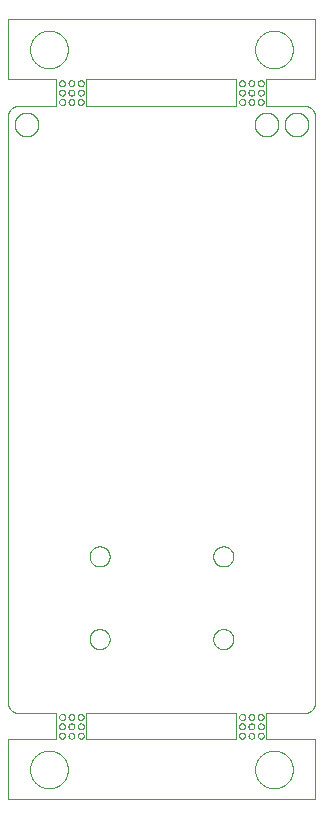
<source format=gbp>
G75*
%MOIN*%
%OFA0B0*%
%FSLAX25Y25*%
%IPPOS*%
%LPD*%
%AMOC8*
5,1,8,0,0,1.08239X$1,22.5*
%
%ADD10C,0.00000*%
D10*
X0045625Y0001000D02*
X0045625Y0021000D01*
X0061875Y0021000D01*
X0061875Y0029750D01*
X0049375Y0029750D01*
X0049255Y0029752D01*
X0049135Y0029758D01*
X0049015Y0029767D01*
X0048895Y0029781D01*
X0048777Y0029798D01*
X0048658Y0029819D01*
X0048541Y0029844D01*
X0048424Y0029873D01*
X0048308Y0029905D01*
X0048193Y0029941D01*
X0048080Y0029981D01*
X0047968Y0030024D01*
X0047857Y0030071D01*
X0047748Y0030121D01*
X0047640Y0030175D01*
X0047535Y0030233D01*
X0047431Y0030293D01*
X0047329Y0030357D01*
X0047230Y0030424D01*
X0047132Y0030495D01*
X0047037Y0030568D01*
X0046944Y0030645D01*
X0046854Y0030724D01*
X0046766Y0030806D01*
X0046681Y0030891D01*
X0046599Y0030979D01*
X0046520Y0031069D01*
X0046443Y0031162D01*
X0046370Y0031257D01*
X0046299Y0031355D01*
X0046232Y0031454D01*
X0046168Y0031556D01*
X0046108Y0031660D01*
X0046050Y0031765D01*
X0045996Y0031873D01*
X0045946Y0031982D01*
X0045899Y0032093D01*
X0045856Y0032205D01*
X0045816Y0032318D01*
X0045780Y0032433D01*
X0045748Y0032549D01*
X0045719Y0032666D01*
X0045694Y0032783D01*
X0045673Y0032902D01*
X0045656Y0033020D01*
X0045642Y0033140D01*
X0045633Y0033260D01*
X0045627Y0033380D01*
X0045625Y0033500D01*
X0045625Y0228500D01*
X0045627Y0228620D01*
X0045633Y0228740D01*
X0045642Y0228860D01*
X0045656Y0228980D01*
X0045673Y0229098D01*
X0045694Y0229217D01*
X0045719Y0229334D01*
X0045748Y0229451D01*
X0045780Y0229567D01*
X0045816Y0229682D01*
X0045856Y0229795D01*
X0045899Y0229907D01*
X0045946Y0230018D01*
X0045996Y0230127D01*
X0046050Y0230235D01*
X0046108Y0230340D01*
X0046168Y0230444D01*
X0046232Y0230546D01*
X0046299Y0230645D01*
X0046370Y0230743D01*
X0046443Y0230838D01*
X0046520Y0230931D01*
X0046599Y0231021D01*
X0046681Y0231109D01*
X0046766Y0231194D01*
X0046854Y0231276D01*
X0046944Y0231355D01*
X0047037Y0231432D01*
X0047132Y0231505D01*
X0047230Y0231576D01*
X0047329Y0231643D01*
X0047431Y0231707D01*
X0047535Y0231767D01*
X0047640Y0231825D01*
X0047748Y0231879D01*
X0047857Y0231929D01*
X0047968Y0231976D01*
X0048080Y0232019D01*
X0048193Y0232059D01*
X0048308Y0232095D01*
X0048424Y0232127D01*
X0048541Y0232156D01*
X0048658Y0232181D01*
X0048777Y0232202D01*
X0048895Y0232219D01*
X0049015Y0232233D01*
X0049135Y0232242D01*
X0049255Y0232248D01*
X0049375Y0232250D01*
X0054375Y0232250D01*
X0061875Y0232250D01*
X0061875Y0241000D01*
X0045625Y0241000D01*
X0045625Y0261000D01*
X0148125Y0261000D01*
X0148125Y0241000D01*
X0131875Y0241000D01*
X0131875Y0232250D01*
X0139375Y0232250D01*
X0144375Y0232250D01*
X0144495Y0232248D01*
X0144615Y0232242D01*
X0144735Y0232233D01*
X0144855Y0232219D01*
X0144973Y0232202D01*
X0145092Y0232181D01*
X0145209Y0232156D01*
X0145326Y0232127D01*
X0145442Y0232095D01*
X0145557Y0232059D01*
X0145670Y0232019D01*
X0145782Y0231976D01*
X0145893Y0231929D01*
X0146002Y0231879D01*
X0146110Y0231825D01*
X0146215Y0231767D01*
X0146319Y0231707D01*
X0146421Y0231643D01*
X0146520Y0231576D01*
X0146618Y0231505D01*
X0146713Y0231432D01*
X0146806Y0231355D01*
X0146896Y0231276D01*
X0146984Y0231194D01*
X0147069Y0231109D01*
X0147151Y0231021D01*
X0147230Y0230931D01*
X0147307Y0230838D01*
X0147380Y0230743D01*
X0147451Y0230645D01*
X0147518Y0230546D01*
X0147582Y0230444D01*
X0147642Y0230340D01*
X0147700Y0230235D01*
X0147754Y0230127D01*
X0147804Y0230018D01*
X0147851Y0229907D01*
X0147894Y0229795D01*
X0147934Y0229682D01*
X0147970Y0229567D01*
X0148002Y0229451D01*
X0148031Y0229334D01*
X0148056Y0229217D01*
X0148077Y0229098D01*
X0148094Y0228980D01*
X0148108Y0228860D01*
X0148117Y0228740D01*
X0148123Y0228620D01*
X0148125Y0228500D01*
X0148125Y0033500D01*
X0148123Y0033380D01*
X0148117Y0033260D01*
X0148108Y0033140D01*
X0148094Y0033020D01*
X0148077Y0032902D01*
X0148056Y0032783D01*
X0148031Y0032666D01*
X0148002Y0032549D01*
X0147970Y0032433D01*
X0147934Y0032318D01*
X0147894Y0032205D01*
X0147851Y0032093D01*
X0147804Y0031982D01*
X0147754Y0031873D01*
X0147700Y0031765D01*
X0147642Y0031660D01*
X0147582Y0031556D01*
X0147518Y0031454D01*
X0147451Y0031355D01*
X0147380Y0031257D01*
X0147307Y0031162D01*
X0147230Y0031069D01*
X0147151Y0030979D01*
X0147069Y0030891D01*
X0146984Y0030806D01*
X0146896Y0030724D01*
X0146806Y0030645D01*
X0146713Y0030568D01*
X0146618Y0030495D01*
X0146520Y0030424D01*
X0146421Y0030357D01*
X0146319Y0030293D01*
X0146215Y0030233D01*
X0146110Y0030175D01*
X0146002Y0030121D01*
X0145893Y0030071D01*
X0145782Y0030024D01*
X0145670Y0029981D01*
X0145557Y0029941D01*
X0145442Y0029905D01*
X0145326Y0029873D01*
X0145209Y0029844D01*
X0145092Y0029819D01*
X0144973Y0029798D01*
X0144855Y0029781D01*
X0144735Y0029767D01*
X0144615Y0029758D01*
X0144495Y0029752D01*
X0144375Y0029750D01*
X0131875Y0029750D01*
X0131875Y0021000D01*
X0148125Y0021000D01*
X0148125Y0001000D01*
X0045625Y0001000D01*
X0053076Y0011000D02*
X0053078Y0011158D01*
X0053084Y0011316D01*
X0053094Y0011474D01*
X0053108Y0011632D01*
X0053126Y0011789D01*
X0053147Y0011946D01*
X0053173Y0012102D01*
X0053203Y0012258D01*
X0053236Y0012413D01*
X0053274Y0012566D01*
X0053315Y0012719D01*
X0053360Y0012871D01*
X0053409Y0013022D01*
X0053462Y0013171D01*
X0053518Y0013319D01*
X0053578Y0013465D01*
X0053642Y0013610D01*
X0053710Y0013753D01*
X0053781Y0013895D01*
X0053855Y0014035D01*
X0053933Y0014172D01*
X0054015Y0014308D01*
X0054099Y0014442D01*
X0054188Y0014573D01*
X0054279Y0014702D01*
X0054374Y0014829D01*
X0054471Y0014954D01*
X0054572Y0015076D01*
X0054676Y0015195D01*
X0054783Y0015312D01*
X0054893Y0015426D01*
X0055006Y0015537D01*
X0055121Y0015646D01*
X0055239Y0015751D01*
X0055360Y0015853D01*
X0055483Y0015953D01*
X0055609Y0016049D01*
X0055737Y0016142D01*
X0055867Y0016232D01*
X0056000Y0016318D01*
X0056135Y0016402D01*
X0056271Y0016481D01*
X0056410Y0016558D01*
X0056551Y0016630D01*
X0056693Y0016700D01*
X0056837Y0016765D01*
X0056983Y0016827D01*
X0057130Y0016885D01*
X0057279Y0016940D01*
X0057429Y0016991D01*
X0057580Y0017038D01*
X0057732Y0017081D01*
X0057885Y0017120D01*
X0058040Y0017156D01*
X0058195Y0017187D01*
X0058351Y0017215D01*
X0058507Y0017239D01*
X0058664Y0017259D01*
X0058822Y0017275D01*
X0058979Y0017287D01*
X0059138Y0017295D01*
X0059296Y0017299D01*
X0059454Y0017299D01*
X0059612Y0017295D01*
X0059771Y0017287D01*
X0059928Y0017275D01*
X0060086Y0017259D01*
X0060243Y0017239D01*
X0060399Y0017215D01*
X0060555Y0017187D01*
X0060710Y0017156D01*
X0060865Y0017120D01*
X0061018Y0017081D01*
X0061170Y0017038D01*
X0061321Y0016991D01*
X0061471Y0016940D01*
X0061620Y0016885D01*
X0061767Y0016827D01*
X0061913Y0016765D01*
X0062057Y0016700D01*
X0062199Y0016630D01*
X0062340Y0016558D01*
X0062479Y0016481D01*
X0062615Y0016402D01*
X0062750Y0016318D01*
X0062883Y0016232D01*
X0063013Y0016142D01*
X0063141Y0016049D01*
X0063267Y0015953D01*
X0063390Y0015853D01*
X0063511Y0015751D01*
X0063629Y0015646D01*
X0063744Y0015537D01*
X0063857Y0015426D01*
X0063967Y0015312D01*
X0064074Y0015195D01*
X0064178Y0015076D01*
X0064279Y0014954D01*
X0064376Y0014829D01*
X0064471Y0014702D01*
X0064562Y0014573D01*
X0064651Y0014442D01*
X0064735Y0014308D01*
X0064817Y0014172D01*
X0064895Y0014035D01*
X0064969Y0013895D01*
X0065040Y0013753D01*
X0065108Y0013610D01*
X0065172Y0013465D01*
X0065232Y0013319D01*
X0065288Y0013171D01*
X0065341Y0013022D01*
X0065390Y0012871D01*
X0065435Y0012719D01*
X0065476Y0012566D01*
X0065514Y0012413D01*
X0065547Y0012258D01*
X0065577Y0012102D01*
X0065603Y0011946D01*
X0065624Y0011789D01*
X0065642Y0011632D01*
X0065656Y0011474D01*
X0065666Y0011316D01*
X0065672Y0011158D01*
X0065674Y0011000D01*
X0065672Y0010842D01*
X0065666Y0010684D01*
X0065656Y0010526D01*
X0065642Y0010368D01*
X0065624Y0010211D01*
X0065603Y0010054D01*
X0065577Y0009898D01*
X0065547Y0009742D01*
X0065514Y0009587D01*
X0065476Y0009434D01*
X0065435Y0009281D01*
X0065390Y0009129D01*
X0065341Y0008978D01*
X0065288Y0008829D01*
X0065232Y0008681D01*
X0065172Y0008535D01*
X0065108Y0008390D01*
X0065040Y0008247D01*
X0064969Y0008105D01*
X0064895Y0007965D01*
X0064817Y0007828D01*
X0064735Y0007692D01*
X0064651Y0007558D01*
X0064562Y0007427D01*
X0064471Y0007298D01*
X0064376Y0007171D01*
X0064279Y0007046D01*
X0064178Y0006924D01*
X0064074Y0006805D01*
X0063967Y0006688D01*
X0063857Y0006574D01*
X0063744Y0006463D01*
X0063629Y0006354D01*
X0063511Y0006249D01*
X0063390Y0006147D01*
X0063267Y0006047D01*
X0063141Y0005951D01*
X0063013Y0005858D01*
X0062883Y0005768D01*
X0062750Y0005682D01*
X0062615Y0005598D01*
X0062479Y0005519D01*
X0062340Y0005442D01*
X0062199Y0005370D01*
X0062057Y0005300D01*
X0061913Y0005235D01*
X0061767Y0005173D01*
X0061620Y0005115D01*
X0061471Y0005060D01*
X0061321Y0005009D01*
X0061170Y0004962D01*
X0061018Y0004919D01*
X0060865Y0004880D01*
X0060710Y0004844D01*
X0060555Y0004813D01*
X0060399Y0004785D01*
X0060243Y0004761D01*
X0060086Y0004741D01*
X0059928Y0004725D01*
X0059771Y0004713D01*
X0059612Y0004705D01*
X0059454Y0004701D01*
X0059296Y0004701D01*
X0059138Y0004705D01*
X0058979Y0004713D01*
X0058822Y0004725D01*
X0058664Y0004741D01*
X0058507Y0004761D01*
X0058351Y0004785D01*
X0058195Y0004813D01*
X0058040Y0004844D01*
X0057885Y0004880D01*
X0057732Y0004919D01*
X0057580Y0004962D01*
X0057429Y0005009D01*
X0057279Y0005060D01*
X0057130Y0005115D01*
X0056983Y0005173D01*
X0056837Y0005235D01*
X0056693Y0005300D01*
X0056551Y0005370D01*
X0056410Y0005442D01*
X0056271Y0005519D01*
X0056135Y0005598D01*
X0056000Y0005682D01*
X0055867Y0005768D01*
X0055737Y0005858D01*
X0055609Y0005951D01*
X0055483Y0006047D01*
X0055360Y0006147D01*
X0055239Y0006249D01*
X0055121Y0006354D01*
X0055006Y0006463D01*
X0054893Y0006574D01*
X0054783Y0006688D01*
X0054676Y0006805D01*
X0054572Y0006924D01*
X0054471Y0007046D01*
X0054374Y0007171D01*
X0054279Y0007298D01*
X0054188Y0007427D01*
X0054099Y0007558D01*
X0054015Y0007692D01*
X0053933Y0007828D01*
X0053855Y0007965D01*
X0053781Y0008105D01*
X0053710Y0008247D01*
X0053642Y0008390D01*
X0053578Y0008535D01*
X0053518Y0008681D01*
X0053462Y0008829D01*
X0053409Y0008978D01*
X0053360Y0009129D01*
X0053315Y0009281D01*
X0053274Y0009434D01*
X0053236Y0009587D01*
X0053203Y0009742D01*
X0053173Y0009898D01*
X0053147Y0010054D01*
X0053126Y0010211D01*
X0053108Y0010368D01*
X0053094Y0010526D01*
X0053084Y0010684D01*
X0053078Y0010842D01*
X0053076Y0011000D01*
X0062766Y0022250D02*
X0062768Y0022312D01*
X0062774Y0022375D01*
X0062784Y0022436D01*
X0062798Y0022497D01*
X0062815Y0022557D01*
X0062836Y0022616D01*
X0062862Y0022673D01*
X0062890Y0022728D01*
X0062922Y0022782D01*
X0062958Y0022833D01*
X0062996Y0022883D01*
X0063038Y0022929D01*
X0063082Y0022973D01*
X0063130Y0023014D01*
X0063179Y0023052D01*
X0063231Y0023086D01*
X0063285Y0023117D01*
X0063341Y0023145D01*
X0063399Y0023169D01*
X0063458Y0023190D01*
X0063518Y0023206D01*
X0063579Y0023219D01*
X0063641Y0023228D01*
X0063703Y0023233D01*
X0063766Y0023234D01*
X0063828Y0023231D01*
X0063890Y0023224D01*
X0063952Y0023213D01*
X0064012Y0023198D01*
X0064072Y0023180D01*
X0064130Y0023158D01*
X0064187Y0023132D01*
X0064242Y0023102D01*
X0064295Y0023069D01*
X0064346Y0023033D01*
X0064394Y0022994D01*
X0064440Y0022951D01*
X0064483Y0022906D01*
X0064523Y0022858D01*
X0064560Y0022808D01*
X0064594Y0022755D01*
X0064625Y0022701D01*
X0064651Y0022645D01*
X0064675Y0022587D01*
X0064694Y0022527D01*
X0064710Y0022467D01*
X0064722Y0022405D01*
X0064730Y0022344D01*
X0064734Y0022281D01*
X0064734Y0022219D01*
X0064730Y0022156D01*
X0064722Y0022095D01*
X0064710Y0022033D01*
X0064694Y0021973D01*
X0064675Y0021913D01*
X0064651Y0021855D01*
X0064625Y0021799D01*
X0064594Y0021745D01*
X0064560Y0021692D01*
X0064523Y0021642D01*
X0064483Y0021594D01*
X0064440Y0021549D01*
X0064394Y0021506D01*
X0064346Y0021467D01*
X0064295Y0021431D01*
X0064242Y0021398D01*
X0064187Y0021368D01*
X0064130Y0021342D01*
X0064072Y0021320D01*
X0064012Y0021302D01*
X0063952Y0021287D01*
X0063890Y0021276D01*
X0063828Y0021269D01*
X0063766Y0021266D01*
X0063703Y0021267D01*
X0063641Y0021272D01*
X0063579Y0021281D01*
X0063518Y0021294D01*
X0063458Y0021310D01*
X0063399Y0021331D01*
X0063341Y0021355D01*
X0063285Y0021383D01*
X0063231Y0021414D01*
X0063179Y0021448D01*
X0063130Y0021486D01*
X0063082Y0021527D01*
X0063038Y0021571D01*
X0062996Y0021617D01*
X0062958Y0021667D01*
X0062922Y0021718D01*
X0062890Y0021772D01*
X0062862Y0021827D01*
X0062836Y0021884D01*
X0062815Y0021943D01*
X0062798Y0022003D01*
X0062784Y0022064D01*
X0062774Y0022125D01*
X0062768Y0022188D01*
X0062766Y0022250D01*
X0062766Y0025375D02*
X0062768Y0025437D01*
X0062774Y0025500D01*
X0062784Y0025561D01*
X0062798Y0025622D01*
X0062815Y0025682D01*
X0062836Y0025741D01*
X0062862Y0025798D01*
X0062890Y0025853D01*
X0062922Y0025907D01*
X0062958Y0025958D01*
X0062996Y0026008D01*
X0063038Y0026054D01*
X0063082Y0026098D01*
X0063130Y0026139D01*
X0063179Y0026177D01*
X0063231Y0026211D01*
X0063285Y0026242D01*
X0063341Y0026270D01*
X0063399Y0026294D01*
X0063458Y0026315D01*
X0063518Y0026331D01*
X0063579Y0026344D01*
X0063641Y0026353D01*
X0063703Y0026358D01*
X0063766Y0026359D01*
X0063828Y0026356D01*
X0063890Y0026349D01*
X0063952Y0026338D01*
X0064012Y0026323D01*
X0064072Y0026305D01*
X0064130Y0026283D01*
X0064187Y0026257D01*
X0064242Y0026227D01*
X0064295Y0026194D01*
X0064346Y0026158D01*
X0064394Y0026119D01*
X0064440Y0026076D01*
X0064483Y0026031D01*
X0064523Y0025983D01*
X0064560Y0025933D01*
X0064594Y0025880D01*
X0064625Y0025826D01*
X0064651Y0025770D01*
X0064675Y0025712D01*
X0064694Y0025652D01*
X0064710Y0025592D01*
X0064722Y0025530D01*
X0064730Y0025469D01*
X0064734Y0025406D01*
X0064734Y0025344D01*
X0064730Y0025281D01*
X0064722Y0025220D01*
X0064710Y0025158D01*
X0064694Y0025098D01*
X0064675Y0025038D01*
X0064651Y0024980D01*
X0064625Y0024924D01*
X0064594Y0024870D01*
X0064560Y0024817D01*
X0064523Y0024767D01*
X0064483Y0024719D01*
X0064440Y0024674D01*
X0064394Y0024631D01*
X0064346Y0024592D01*
X0064295Y0024556D01*
X0064242Y0024523D01*
X0064187Y0024493D01*
X0064130Y0024467D01*
X0064072Y0024445D01*
X0064012Y0024427D01*
X0063952Y0024412D01*
X0063890Y0024401D01*
X0063828Y0024394D01*
X0063766Y0024391D01*
X0063703Y0024392D01*
X0063641Y0024397D01*
X0063579Y0024406D01*
X0063518Y0024419D01*
X0063458Y0024435D01*
X0063399Y0024456D01*
X0063341Y0024480D01*
X0063285Y0024508D01*
X0063231Y0024539D01*
X0063179Y0024573D01*
X0063130Y0024611D01*
X0063082Y0024652D01*
X0063038Y0024696D01*
X0062996Y0024742D01*
X0062958Y0024792D01*
X0062922Y0024843D01*
X0062890Y0024897D01*
X0062862Y0024952D01*
X0062836Y0025009D01*
X0062815Y0025068D01*
X0062798Y0025128D01*
X0062784Y0025189D01*
X0062774Y0025250D01*
X0062768Y0025313D01*
X0062766Y0025375D01*
X0062766Y0028500D02*
X0062768Y0028562D01*
X0062774Y0028625D01*
X0062784Y0028686D01*
X0062798Y0028747D01*
X0062815Y0028807D01*
X0062836Y0028866D01*
X0062862Y0028923D01*
X0062890Y0028978D01*
X0062922Y0029032D01*
X0062958Y0029083D01*
X0062996Y0029133D01*
X0063038Y0029179D01*
X0063082Y0029223D01*
X0063130Y0029264D01*
X0063179Y0029302D01*
X0063231Y0029336D01*
X0063285Y0029367D01*
X0063341Y0029395D01*
X0063399Y0029419D01*
X0063458Y0029440D01*
X0063518Y0029456D01*
X0063579Y0029469D01*
X0063641Y0029478D01*
X0063703Y0029483D01*
X0063766Y0029484D01*
X0063828Y0029481D01*
X0063890Y0029474D01*
X0063952Y0029463D01*
X0064012Y0029448D01*
X0064072Y0029430D01*
X0064130Y0029408D01*
X0064187Y0029382D01*
X0064242Y0029352D01*
X0064295Y0029319D01*
X0064346Y0029283D01*
X0064394Y0029244D01*
X0064440Y0029201D01*
X0064483Y0029156D01*
X0064523Y0029108D01*
X0064560Y0029058D01*
X0064594Y0029005D01*
X0064625Y0028951D01*
X0064651Y0028895D01*
X0064675Y0028837D01*
X0064694Y0028777D01*
X0064710Y0028717D01*
X0064722Y0028655D01*
X0064730Y0028594D01*
X0064734Y0028531D01*
X0064734Y0028469D01*
X0064730Y0028406D01*
X0064722Y0028345D01*
X0064710Y0028283D01*
X0064694Y0028223D01*
X0064675Y0028163D01*
X0064651Y0028105D01*
X0064625Y0028049D01*
X0064594Y0027995D01*
X0064560Y0027942D01*
X0064523Y0027892D01*
X0064483Y0027844D01*
X0064440Y0027799D01*
X0064394Y0027756D01*
X0064346Y0027717D01*
X0064295Y0027681D01*
X0064242Y0027648D01*
X0064187Y0027618D01*
X0064130Y0027592D01*
X0064072Y0027570D01*
X0064012Y0027552D01*
X0063952Y0027537D01*
X0063890Y0027526D01*
X0063828Y0027519D01*
X0063766Y0027516D01*
X0063703Y0027517D01*
X0063641Y0027522D01*
X0063579Y0027531D01*
X0063518Y0027544D01*
X0063458Y0027560D01*
X0063399Y0027581D01*
X0063341Y0027605D01*
X0063285Y0027633D01*
X0063231Y0027664D01*
X0063179Y0027698D01*
X0063130Y0027736D01*
X0063082Y0027777D01*
X0063038Y0027821D01*
X0062996Y0027867D01*
X0062958Y0027917D01*
X0062922Y0027968D01*
X0062890Y0028022D01*
X0062862Y0028077D01*
X0062836Y0028134D01*
X0062815Y0028193D01*
X0062798Y0028253D01*
X0062784Y0028314D01*
X0062774Y0028375D01*
X0062768Y0028438D01*
X0062766Y0028500D01*
X0065891Y0028500D02*
X0065893Y0028562D01*
X0065899Y0028625D01*
X0065909Y0028686D01*
X0065923Y0028747D01*
X0065940Y0028807D01*
X0065961Y0028866D01*
X0065987Y0028923D01*
X0066015Y0028978D01*
X0066047Y0029032D01*
X0066083Y0029083D01*
X0066121Y0029133D01*
X0066163Y0029179D01*
X0066207Y0029223D01*
X0066255Y0029264D01*
X0066304Y0029302D01*
X0066356Y0029336D01*
X0066410Y0029367D01*
X0066466Y0029395D01*
X0066524Y0029419D01*
X0066583Y0029440D01*
X0066643Y0029456D01*
X0066704Y0029469D01*
X0066766Y0029478D01*
X0066828Y0029483D01*
X0066891Y0029484D01*
X0066953Y0029481D01*
X0067015Y0029474D01*
X0067077Y0029463D01*
X0067137Y0029448D01*
X0067197Y0029430D01*
X0067255Y0029408D01*
X0067312Y0029382D01*
X0067367Y0029352D01*
X0067420Y0029319D01*
X0067471Y0029283D01*
X0067519Y0029244D01*
X0067565Y0029201D01*
X0067608Y0029156D01*
X0067648Y0029108D01*
X0067685Y0029058D01*
X0067719Y0029005D01*
X0067750Y0028951D01*
X0067776Y0028895D01*
X0067800Y0028837D01*
X0067819Y0028777D01*
X0067835Y0028717D01*
X0067847Y0028655D01*
X0067855Y0028594D01*
X0067859Y0028531D01*
X0067859Y0028469D01*
X0067855Y0028406D01*
X0067847Y0028345D01*
X0067835Y0028283D01*
X0067819Y0028223D01*
X0067800Y0028163D01*
X0067776Y0028105D01*
X0067750Y0028049D01*
X0067719Y0027995D01*
X0067685Y0027942D01*
X0067648Y0027892D01*
X0067608Y0027844D01*
X0067565Y0027799D01*
X0067519Y0027756D01*
X0067471Y0027717D01*
X0067420Y0027681D01*
X0067367Y0027648D01*
X0067312Y0027618D01*
X0067255Y0027592D01*
X0067197Y0027570D01*
X0067137Y0027552D01*
X0067077Y0027537D01*
X0067015Y0027526D01*
X0066953Y0027519D01*
X0066891Y0027516D01*
X0066828Y0027517D01*
X0066766Y0027522D01*
X0066704Y0027531D01*
X0066643Y0027544D01*
X0066583Y0027560D01*
X0066524Y0027581D01*
X0066466Y0027605D01*
X0066410Y0027633D01*
X0066356Y0027664D01*
X0066304Y0027698D01*
X0066255Y0027736D01*
X0066207Y0027777D01*
X0066163Y0027821D01*
X0066121Y0027867D01*
X0066083Y0027917D01*
X0066047Y0027968D01*
X0066015Y0028022D01*
X0065987Y0028077D01*
X0065961Y0028134D01*
X0065940Y0028193D01*
X0065923Y0028253D01*
X0065909Y0028314D01*
X0065899Y0028375D01*
X0065893Y0028438D01*
X0065891Y0028500D01*
X0065891Y0025375D02*
X0065893Y0025437D01*
X0065899Y0025500D01*
X0065909Y0025561D01*
X0065923Y0025622D01*
X0065940Y0025682D01*
X0065961Y0025741D01*
X0065987Y0025798D01*
X0066015Y0025853D01*
X0066047Y0025907D01*
X0066083Y0025958D01*
X0066121Y0026008D01*
X0066163Y0026054D01*
X0066207Y0026098D01*
X0066255Y0026139D01*
X0066304Y0026177D01*
X0066356Y0026211D01*
X0066410Y0026242D01*
X0066466Y0026270D01*
X0066524Y0026294D01*
X0066583Y0026315D01*
X0066643Y0026331D01*
X0066704Y0026344D01*
X0066766Y0026353D01*
X0066828Y0026358D01*
X0066891Y0026359D01*
X0066953Y0026356D01*
X0067015Y0026349D01*
X0067077Y0026338D01*
X0067137Y0026323D01*
X0067197Y0026305D01*
X0067255Y0026283D01*
X0067312Y0026257D01*
X0067367Y0026227D01*
X0067420Y0026194D01*
X0067471Y0026158D01*
X0067519Y0026119D01*
X0067565Y0026076D01*
X0067608Y0026031D01*
X0067648Y0025983D01*
X0067685Y0025933D01*
X0067719Y0025880D01*
X0067750Y0025826D01*
X0067776Y0025770D01*
X0067800Y0025712D01*
X0067819Y0025652D01*
X0067835Y0025592D01*
X0067847Y0025530D01*
X0067855Y0025469D01*
X0067859Y0025406D01*
X0067859Y0025344D01*
X0067855Y0025281D01*
X0067847Y0025220D01*
X0067835Y0025158D01*
X0067819Y0025098D01*
X0067800Y0025038D01*
X0067776Y0024980D01*
X0067750Y0024924D01*
X0067719Y0024870D01*
X0067685Y0024817D01*
X0067648Y0024767D01*
X0067608Y0024719D01*
X0067565Y0024674D01*
X0067519Y0024631D01*
X0067471Y0024592D01*
X0067420Y0024556D01*
X0067367Y0024523D01*
X0067312Y0024493D01*
X0067255Y0024467D01*
X0067197Y0024445D01*
X0067137Y0024427D01*
X0067077Y0024412D01*
X0067015Y0024401D01*
X0066953Y0024394D01*
X0066891Y0024391D01*
X0066828Y0024392D01*
X0066766Y0024397D01*
X0066704Y0024406D01*
X0066643Y0024419D01*
X0066583Y0024435D01*
X0066524Y0024456D01*
X0066466Y0024480D01*
X0066410Y0024508D01*
X0066356Y0024539D01*
X0066304Y0024573D01*
X0066255Y0024611D01*
X0066207Y0024652D01*
X0066163Y0024696D01*
X0066121Y0024742D01*
X0066083Y0024792D01*
X0066047Y0024843D01*
X0066015Y0024897D01*
X0065987Y0024952D01*
X0065961Y0025009D01*
X0065940Y0025068D01*
X0065923Y0025128D01*
X0065909Y0025189D01*
X0065899Y0025250D01*
X0065893Y0025313D01*
X0065891Y0025375D01*
X0065891Y0022250D02*
X0065893Y0022312D01*
X0065899Y0022375D01*
X0065909Y0022436D01*
X0065923Y0022497D01*
X0065940Y0022557D01*
X0065961Y0022616D01*
X0065987Y0022673D01*
X0066015Y0022728D01*
X0066047Y0022782D01*
X0066083Y0022833D01*
X0066121Y0022883D01*
X0066163Y0022929D01*
X0066207Y0022973D01*
X0066255Y0023014D01*
X0066304Y0023052D01*
X0066356Y0023086D01*
X0066410Y0023117D01*
X0066466Y0023145D01*
X0066524Y0023169D01*
X0066583Y0023190D01*
X0066643Y0023206D01*
X0066704Y0023219D01*
X0066766Y0023228D01*
X0066828Y0023233D01*
X0066891Y0023234D01*
X0066953Y0023231D01*
X0067015Y0023224D01*
X0067077Y0023213D01*
X0067137Y0023198D01*
X0067197Y0023180D01*
X0067255Y0023158D01*
X0067312Y0023132D01*
X0067367Y0023102D01*
X0067420Y0023069D01*
X0067471Y0023033D01*
X0067519Y0022994D01*
X0067565Y0022951D01*
X0067608Y0022906D01*
X0067648Y0022858D01*
X0067685Y0022808D01*
X0067719Y0022755D01*
X0067750Y0022701D01*
X0067776Y0022645D01*
X0067800Y0022587D01*
X0067819Y0022527D01*
X0067835Y0022467D01*
X0067847Y0022405D01*
X0067855Y0022344D01*
X0067859Y0022281D01*
X0067859Y0022219D01*
X0067855Y0022156D01*
X0067847Y0022095D01*
X0067835Y0022033D01*
X0067819Y0021973D01*
X0067800Y0021913D01*
X0067776Y0021855D01*
X0067750Y0021799D01*
X0067719Y0021745D01*
X0067685Y0021692D01*
X0067648Y0021642D01*
X0067608Y0021594D01*
X0067565Y0021549D01*
X0067519Y0021506D01*
X0067471Y0021467D01*
X0067420Y0021431D01*
X0067367Y0021398D01*
X0067312Y0021368D01*
X0067255Y0021342D01*
X0067197Y0021320D01*
X0067137Y0021302D01*
X0067077Y0021287D01*
X0067015Y0021276D01*
X0066953Y0021269D01*
X0066891Y0021266D01*
X0066828Y0021267D01*
X0066766Y0021272D01*
X0066704Y0021281D01*
X0066643Y0021294D01*
X0066583Y0021310D01*
X0066524Y0021331D01*
X0066466Y0021355D01*
X0066410Y0021383D01*
X0066356Y0021414D01*
X0066304Y0021448D01*
X0066255Y0021486D01*
X0066207Y0021527D01*
X0066163Y0021571D01*
X0066121Y0021617D01*
X0066083Y0021667D01*
X0066047Y0021718D01*
X0066015Y0021772D01*
X0065987Y0021827D01*
X0065961Y0021884D01*
X0065940Y0021943D01*
X0065923Y0022003D01*
X0065909Y0022064D01*
X0065899Y0022125D01*
X0065893Y0022188D01*
X0065891Y0022250D01*
X0069016Y0022250D02*
X0069018Y0022312D01*
X0069024Y0022375D01*
X0069034Y0022436D01*
X0069048Y0022497D01*
X0069065Y0022557D01*
X0069086Y0022616D01*
X0069112Y0022673D01*
X0069140Y0022728D01*
X0069172Y0022782D01*
X0069208Y0022833D01*
X0069246Y0022883D01*
X0069288Y0022929D01*
X0069332Y0022973D01*
X0069380Y0023014D01*
X0069429Y0023052D01*
X0069481Y0023086D01*
X0069535Y0023117D01*
X0069591Y0023145D01*
X0069649Y0023169D01*
X0069708Y0023190D01*
X0069768Y0023206D01*
X0069829Y0023219D01*
X0069891Y0023228D01*
X0069953Y0023233D01*
X0070016Y0023234D01*
X0070078Y0023231D01*
X0070140Y0023224D01*
X0070202Y0023213D01*
X0070262Y0023198D01*
X0070322Y0023180D01*
X0070380Y0023158D01*
X0070437Y0023132D01*
X0070492Y0023102D01*
X0070545Y0023069D01*
X0070596Y0023033D01*
X0070644Y0022994D01*
X0070690Y0022951D01*
X0070733Y0022906D01*
X0070773Y0022858D01*
X0070810Y0022808D01*
X0070844Y0022755D01*
X0070875Y0022701D01*
X0070901Y0022645D01*
X0070925Y0022587D01*
X0070944Y0022527D01*
X0070960Y0022467D01*
X0070972Y0022405D01*
X0070980Y0022344D01*
X0070984Y0022281D01*
X0070984Y0022219D01*
X0070980Y0022156D01*
X0070972Y0022095D01*
X0070960Y0022033D01*
X0070944Y0021973D01*
X0070925Y0021913D01*
X0070901Y0021855D01*
X0070875Y0021799D01*
X0070844Y0021745D01*
X0070810Y0021692D01*
X0070773Y0021642D01*
X0070733Y0021594D01*
X0070690Y0021549D01*
X0070644Y0021506D01*
X0070596Y0021467D01*
X0070545Y0021431D01*
X0070492Y0021398D01*
X0070437Y0021368D01*
X0070380Y0021342D01*
X0070322Y0021320D01*
X0070262Y0021302D01*
X0070202Y0021287D01*
X0070140Y0021276D01*
X0070078Y0021269D01*
X0070016Y0021266D01*
X0069953Y0021267D01*
X0069891Y0021272D01*
X0069829Y0021281D01*
X0069768Y0021294D01*
X0069708Y0021310D01*
X0069649Y0021331D01*
X0069591Y0021355D01*
X0069535Y0021383D01*
X0069481Y0021414D01*
X0069429Y0021448D01*
X0069380Y0021486D01*
X0069332Y0021527D01*
X0069288Y0021571D01*
X0069246Y0021617D01*
X0069208Y0021667D01*
X0069172Y0021718D01*
X0069140Y0021772D01*
X0069112Y0021827D01*
X0069086Y0021884D01*
X0069065Y0021943D01*
X0069048Y0022003D01*
X0069034Y0022064D01*
X0069024Y0022125D01*
X0069018Y0022188D01*
X0069016Y0022250D01*
X0069016Y0025375D02*
X0069018Y0025437D01*
X0069024Y0025500D01*
X0069034Y0025561D01*
X0069048Y0025622D01*
X0069065Y0025682D01*
X0069086Y0025741D01*
X0069112Y0025798D01*
X0069140Y0025853D01*
X0069172Y0025907D01*
X0069208Y0025958D01*
X0069246Y0026008D01*
X0069288Y0026054D01*
X0069332Y0026098D01*
X0069380Y0026139D01*
X0069429Y0026177D01*
X0069481Y0026211D01*
X0069535Y0026242D01*
X0069591Y0026270D01*
X0069649Y0026294D01*
X0069708Y0026315D01*
X0069768Y0026331D01*
X0069829Y0026344D01*
X0069891Y0026353D01*
X0069953Y0026358D01*
X0070016Y0026359D01*
X0070078Y0026356D01*
X0070140Y0026349D01*
X0070202Y0026338D01*
X0070262Y0026323D01*
X0070322Y0026305D01*
X0070380Y0026283D01*
X0070437Y0026257D01*
X0070492Y0026227D01*
X0070545Y0026194D01*
X0070596Y0026158D01*
X0070644Y0026119D01*
X0070690Y0026076D01*
X0070733Y0026031D01*
X0070773Y0025983D01*
X0070810Y0025933D01*
X0070844Y0025880D01*
X0070875Y0025826D01*
X0070901Y0025770D01*
X0070925Y0025712D01*
X0070944Y0025652D01*
X0070960Y0025592D01*
X0070972Y0025530D01*
X0070980Y0025469D01*
X0070984Y0025406D01*
X0070984Y0025344D01*
X0070980Y0025281D01*
X0070972Y0025220D01*
X0070960Y0025158D01*
X0070944Y0025098D01*
X0070925Y0025038D01*
X0070901Y0024980D01*
X0070875Y0024924D01*
X0070844Y0024870D01*
X0070810Y0024817D01*
X0070773Y0024767D01*
X0070733Y0024719D01*
X0070690Y0024674D01*
X0070644Y0024631D01*
X0070596Y0024592D01*
X0070545Y0024556D01*
X0070492Y0024523D01*
X0070437Y0024493D01*
X0070380Y0024467D01*
X0070322Y0024445D01*
X0070262Y0024427D01*
X0070202Y0024412D01*
X0070140Y0024401D01*
X0070078Y0024394D01*
X0070016Y0024391D01*
X0069953Y0024392D01*
X0069891Y0024397D01*
X0069829Y0024406D01*
X0069768Y0024419D01*
X0069708Y0024435D01*
X0069649Y0024456D01*
X0069591Y0024480D01*
X0069535Y0024508D01*
X0069481Y0024539D01*
X0069429Y0024573D01*
X0069380Y0024611D01*
X0069332Y0024652D01*
X0069288Y0024696D01*
X0069246Y0024742D01*
X0069208Y0024792D01*
X0069172Y0024843D01*
X0069140Y0024897D01*
X0069112Y0024952D01*
X0069086Y0025009D01*
X0069065Y0025068D01*
X0069048Y0025128D01*
X0069034Y0025189D01*
X0069024Y0025250D01*
X0069018Y0025313D01*
X0069016Y0025375D01*
X0069016Y0028500D02*
X0069018Y0028562D01*
X0069024Y0028625D01*
X0069034Y0028686D01*
X0069048Y0028747D01*
X0069065Y0028807D01*
X0069086Y0028866D01*
X0069112Y0028923D01*
X0069140Y0028978D01*
X0069172Y0029032D01*
X0069208Y0029083D01*
X0069246Y0029133D01*
X0069288Y0029179D01*
X0069332Y0029223D01*
X0069380Y0029264D01*
X0069429Y0029302D01*
X0069481Y0029336D01*
X0069535Y0029367D01*
X0069591Y0029395D01*
X0069649Y0029419D01*
X0069708Y0029440D01*
X0069768Y0029456D01*
X0069829Y0029469D01*
X0069891Y0029478D01*
X0069953Y0029483D01*
X0070016Y0029484D01*
X0070078Y0029481D01*
X0070140Y0029474D01*
X0070202Y0029463D01*
X0070262Y0029448D01*
X0070322Y0029430D01*
X0070380Y0029408D01*
X0070437Y0029382D01*
X0070492Y0029352D01*
X0070545Y0029319D01*
X0070596Y0029283D01*
X0070644Y0029244D01*
X0070690Y0029201D01*
X0070733Y0029156D01*
X0070773Y0029108D01*
X0070810Y0029058D01*
X0070844Y0029005D01*
X0070875Y0028951D01*
X0070901Y0028895D01*
X0070925Y0028837D01*
X0070944Y0028777D01*
X0070960Y0028717D01*
X0070972Y0028655D01*
X0070980Y0028594D01*
X0070984Y0028531D01*
X0070984Y0028469D01*
X0070980Y0028406D01*
X0070972Y0028345D01*
X0070960Y0028283D01*
X0070944Y0028223D01*
X0070925Y0028163D01*
X0070901Y0028105D01*
X0070875Y0028049D01*
X0070844Y0027995D01*
X0070810Y0027942D01*
X0070773Y0027892D01*
X0070733Y0027844D01*
X0070690Y0027799D01*
X0070644Y0027756D01*
X0070596Y0027717D01*
X0070545Y0027681D01*
X0070492Y0027648D01*
X0070437Y0027618D01*
X0070380Y0027592D01*
X0070322Y0027570D01*
X0070262Y0027552D01*
X0070202Y0027537D01*
X0070140Y0027526D01*
X0070078Y0027519D01*
X0070016Y0027516D01*
X0069953Y0027517D01*
X0069891Y0027522D01*
X0069829Y0027531D01*
X0069768Y0027544D01*
X0069708Y0027560D01*
X0069649Y0027581D01*
X0069591Y0027605D01*
X0069535Y0027633D01*
X0069481Y0027664D01*
X0069429Y0027698D01*
X0069380Y0027736D01*
X0069332Y0027777D01*
X0069288Y0027821D01*
X0069246Y0027867D01*
X0069208Y0027917D01*
X0069172Y0027968D01*
X0069140Y0028022D01*
X0069112Y0028077D01*
X0069086Y0028134D01*
X0069065Y0028193D01*
X0069048Y0028253D01*
X0069034Y0028314D01*
X0069024Y0028375D01*
X0069018Y0028438D01*
X0069016Y0028500D01*
X0071875Y0029750D02*
X0071875Y0021000D01*
X0121875Y0021000D01*
X0121875Y0029750D01*
X0071875Y0029750D01*
X0072904Y0054455D02*
X0072906Y0054570D01*
X0072912Y0054686D01*
X0072922Y0054801D01*
X0072936Y0054916D01*
X0072954Y0055030D01*
X0072976Y0055143D01*
X0073001Y0055256D01*
X0073031Y0055367D01*
X0073064Y0055478D01*
X0073101Y0055587D01*
X0073142Y0055695D01*
X0073187Y0055802D01*
X0073235Y0055907D01*
X0073287Y0056010D01*
X0073343Y0056111D01*
X0073402Y0056211D01*
X0073464Y0056308D01*
X0073530Y0056403D01*
X0073598Y0056496D01*
X0073670Y0056586D01*
X0073745Y0056674D01*
X0073824Y0056759D01*
X0073905Y0056841D01*
X0073988Y0056921D01*
X0074075Y0056997D01*
X0074164Y0057071D01*
X0074255Y0057141D01*
X0074349Y0057209D01*
X0074445Y0057273D01*
X0074544Y0057333D01*
X0074644Y0057390D01*
X0074746Y0057444D01*
X0074850Y0057494D01*
X0074956Y0057541D01*
X0075063Y0057584D01*
X0075172Y0057623D01*
X0075282Y0057658D01*
X0075393Y0057689D01*
X0075505Y0057717D01*
X0075618Y0057741D01*
X0075732Y0057761D01*
X0075847Y0057777D01*
X0075962Y0057789D01*
X0076077Y0057797D01*
X0076192Y0057801D01*
X0076308Y0057801D01*
X0076423Y0057797D01*
X0076538Y0057789D01*
X0076653Y0057777D01*
X0076768Y0057761D01*
X0076882Y0057741D01*
X0076995Y0057717D01*
X0077107Y0057689D01*
X0077218Y0057658D01*
X0077328Y0057623D01*
X0077437Y0057584D01*
X0077544Y0057541D01*
X0077650Y0057494D01*
X0077754Y0057444D01*
X0077856Y0057390D01*
X0077956Y0057333D01*
X0078055Y0057273D01*
X0078151Y0057209D01*
X0078245Y0057141D01*
X0078336Y0057071D01*
X0078425Y0056997D01*
X0078512Y0056921D01*
X0078595Y0056841D01*
X0078676Y0056759D01*
X0078755Y0056674D01*
X0078830Y0056586D01*
X0078902Y0056496D01*
X0078970Y0056403D01*
X0079036Y0056308D01*
X0079098Y0056211D01*
X0079157Y0056111D01*
X0079213Y0056010D01*
X0079265Y0055907D01*
X0079313Y0055802D01*
X0079358Y0055695D01*
X0079399Y0055587D01*
X0079436Y0055478D01*
X0079469Y0055367D01*
X0079499Y0055256D01*
X0079524Y0055143D01*
X0079546Y0055030D01*
X0079564Y0054916D01*
X0079578Y0054801D01*
X0079588Y0054686D01*
X0079594Y0054570D01*
X0079596Y0054455D01*
X0079594Y0054340D01*
X0079588Y0054224D01*
X0079578Y0054109D01*
X0079564Y0053994D01*
X0079546Y0053880D01*
X0079524Y0053767D01*
X0079499Y0053654D01*
X0079469Y0053543D01*
X0079436Y0053432D01*
X0079399Y0053323D01*
X0079358Y0053215D01*
X0079313Y0053108D01*
X0079265Y0053003D01*
X0079213Y0052900D01*
X0079157Y0052799D01*
X0079098Y0052699D01*
X0079036Y0052602D01*
X0078970Y0052507D01*
X0078902Y0052414D01*
X0078830Y0052324D01*
X0078755Y0052236D01*
X0078676Y0052151D01*
X0078595Y0052069D01*
X0078512Y0051989D01*
X0078425Y0051913D01*
X0078336Y0051839D01*
X0078245Y0051769D01*
X0078151Y0051701D01*
X0078055Y0051637D01*
X0077956Y0051577D01*
X0077856Y0051520D01*
X0077754Y0051466D01*
X0077650Y0051416D01*
X0077544Y0051369D01*
X0077437Y0051326D01*
X0077328Y0051287D01*
X0077218Y0051252D01*
X0077107Y0051221D01*
X0076995Y0051193D01*
X0076882Y0051169D01*
X0076768Y0051149D01*
X0076653Y0051133D01*
X0076538Y0051121D01*
X0076423Y0051113D01*
X0076308Y0051109D01*
X0076192Y0051109D01*
X0076077Y0051113D01*
X0075962Y0051121D01*
X0075847Y0051133D01*
X0075732Y0051149D01*
X0075618Y0051169D01*
X0075505Y0051193D01*
X0075393Y0051221D01*
X0075282Y0051252D01*
X0075172Y0051287D01*
X0075063Y0051326D01*
X0074956Y0051369D01*
X0074850Y0051416D01*
X0074746Y0051466D01*
X0074644Y0051520D01*
X0074544Y0051577D01*
X0074445Y0051637D01*
X0074349Y0051701D01*
X0074255Y0051769D01*
X0074164Y0051839D01*
X0074075Y0051913D01*
X0073988Y0051989D01*
X0073905Y0052069D01*
X0073824Y0052151D01*
X0073745Y0052236D01*
X0073670Y0052324D01*
X0073598Y0052414D01*
X0073530Y0052507D01*
X0073464Y0052602D01*
X0073402Y0052699D01*
X0073343Y0052799D01*
X0073287Y0052900D01*
X0073235Y0053003D01*
X0073187Y0053108D01*
X0073142Y0053215D01*
X0073101Y0053323D01*
X0073064Y0053432D01*
X0073031Y0053543D01*
X0073001Y0053654D01*
X0072976Y0053767D01*
X0072954Y0053880D01*
X0072936Y0053994D01*
X0072922Y0054109D01*
X0072912Y0054224D01*
X0072906Y0054340D01*
X0072904Y0054455D01*
X0072904Y0082014D02*
X0072906Y0082129D01*
X0072912Y0082245D01*
X0072922Y0082360D01*
X0072936Y0082475D01*
X0072954Y0082589D01*
X0072976Y0082702D01*
X0073001Y0082815D01*
X0073031Y0082926D01*
X0073064Y0083037D01*
X0073101Y0083146D01*
X0073142Y0083254D01*
X0073187Y0083361D01*
X0073235Y0083466D01*
X0073287Y0083569D01*
X0073343Y0083670D01*
X0073402Y0083770D01*
X0073464Y0083867D01*
X0073530Y0083962D01*
X0073598Y0084055D01*
X0073670Y0084145D01*
X0073745Y0084233D01*
X0073824Y0084318D01*
X0073905Y0084400D01*
X0073988Y0084480D01*
X0074075Y0084556D01*
X0074164Y0084630D01*
X0074255Y0084700D01*
X0074349Y0084768D01*
X0074445Y0084832D01*
X0074544Y0084892D01*
X0074644Y0084949D01*
X0074746Y0085003D01*
X0074850Y0085053D01*
X0074956Y0085100D01*
X0075063Y0085143D01*
X0075172Y0085182D01*
X0075282Y0085217D01*
X0075393Y0085248D01*
X0075505Y0085276D01*
X0075618Y0085300D01*
X0075732Y0085320D01*
X0075847Y0085336D01*
X0075962Y0085348D01*
X0076077Y0085356D01*
X0076192Y0085360D01*
X0076308Y0085360D01*
X0076423Y0085356D01*
X0076538Y0085348D01*
X0076653Y0085336D01*
X0076768Y0085320D01*
X0076882Y0085300D01*
X0076995Y0085276D01*
X0077107Y0085248D01*
X0077218Y0085217D01*
X0077328Y0085182D01*
X0077437Y0085143D01*
X0077544Y0085100D01*
X0077650Y0085053D01*
X0077754Y0085003D01*
X0077856Y0084949D01*
X0077956Y0084892D01*
X0078055Y0084832D01*
X0078151Y0084768D01*
X0078245Y0084700D01*
X0078336Y0084630D01*
X0078425Y0084556D01*
X0078512Y0084480D01*
X0078595Y0084400D01*
X0078676Y0084318D01*
X0078755Y0084233D01*
X0078830Y0084145D01*
X0078902Y0084055D01*
X0078970Y0083962D01*
X0079036Y0083867D01*
X0079098Y0083770D01*
X0079157Y0083670D01*
X0079213Y0083569D01*
X0079265Y0083466D01*
X0079313Y0083361D01*
X0079358Y0083254D01*
X0079399Y0083146D01*
X0079436Y0083037D01*
X0079469Y0082926D01*
X0079499Y0082815D01*
X0079524Y0082702D01*
X0079546Y0082589D01*
X0079564Y0082475D01*
X0079578Y0082360D01*
X0079588Y0082245D01*
X0079594Y0082129D01*
X0079596Y0082014D01*
X0079594Y0081899D01*
X0079588Y0081783D01*
X0079578Y0081668D01*
X0079564Y0081553D01*
X0079546Y0081439D01*
X0079524Y0081326D01*
X0079499Y0081213D01*
X0079469Y0081102D01*
X0079436Y0080991D01*
X0079399Y0080882D01*
X0079358Y0080774D01*
X0079313Y0080667D01*
X0079265Y0080562D01*
X0079213Y0080459D01*
X0079157Y0080358D01*
X0079098Y0080258D01*
X0079036Y0080161D01*
X0078970Y0080066D01*
X0078902Y0079973D01*
X0078830Y0079883D01*
X0078755Y0079795D01*
X0078676Y0079710D01*
X0078595Y0079628D01*
X0078512Y0079548D01*
X0078425Y0079472D01*
X0078336Y0079398D01*
X0078245Y0079328D01*
X0078151Y0079260D01*
X0078055Y0079196D01*
X0077956Y0079136D01*
X0077856Y0079079D01*
X0077754Y0079025D01*
X0077650Y0078975D01*
X0077544Y0078928D01*
X0077437Y0078885D01*
X0077328Y0078846D01*
X0077218Y0078811D01*
X0077107Y0078780D01*
X0076995Y0078752D01*
X0076882Y0078728D01*
X0076768Y0078708D01*
X0076653Y0078692D01*
X0076538Y0078680D01*
X0076423Y0078672D01*
X0076308Y0078668D01*
X0076192Y0078668D01*
X0076077Y0078672D01*
X0075962Y0078680D01*
X0075847Y0078692D01*
X0075732Y0078708D01*
X0075618Y0078728D01*
X0075505Y0078752D01*
X0075393Y0078780D01*
X0075282Y0078811D01*
X0075172Y0078846D01*
X0075063Y0078885D01*
X0074956Y0078928D01*
X0074850Y0078975D01*
X0074746Y0079025D01*
X0074644Y0079079D01*
X0074544Y0079136D01*
X0074445Y0079196D01*
X0074349Y0079260D01*
X0074255Y0079328D01*
X0074164Y0079398D01*
X0074075Y0079472D01*
X0073988Y0079548D01*
X0073905Y0079628D01*
X0073824Y0079710D01*
X0073745Y0079795D01*
X0073670Y0079883D01*
X0073598Y0079973D01*
X0073530Y0080066D01*
X0073464Y0080161D01*
X0073402Y0080258D01*
X0073343Y0080358D01*
X0073287Y0080459D01*
X0073235Y0080562D01*
X0073187Y0080667D01*
X0073142Y0080774D01*
X0073101Y0080882D01*
X0073064Y0080991D01*
X0073031Y0081102D01*
X0073001Y0081213D01*
X0072976Y0081326D01*
X0072954Y0081439D01*
X0072936Y0081553D01*
X0072922Y0081668D01*
X0072912Y0081783D01*
X0072906Y0081899D01*
X0072904Y0082014D01*
X0114154Y0082014D02*
X0114156Y0082129D01*
X0114162Y0082245D01*
X0114172Y0082360D01*
X0114186Y0082475D01*
X0114204Y0082589D01*
X0114226Y0082702D01*
X0114251Y0082815D01*
X0114281Y0082926D01*
X0114314Y0083037D01*
X0114351Y0083146D01*
X0114392Y0083254D01*
X0114437Y0083361D01*
X0114485Y0083466D01*
X0114537Y0083569D01*
X0114593Y0083670D01*
X0114652Y0083770D01*
X0114714Y0083867D01*
X0114780Y0083962D01*
X0114848Y0084055D01*
X0114920Y0084145D01*
X0114995Y0084233D01*
X0115074Y0084318D01*
X0115155Y0084400D01*
X0115238Y0084480D01*
X0115325Y0084556D01*
X0115414Y0084630D01*
X0115505Y0084700D01*
X0115599Y0084768D01*
X0115695Y0084832D01*
X0115794Y0084892D01*
X0115894Y0084949D01*
X0115996Y0085003D01*
X0116100Y0085053D01*
X0116206Y0085100D01*
X0116313Y0085143D01*
X0116422Y0085182D01*
X0116532Y0085217D01*
X0116643Y0085248D01*
X0116755Y0085276D01*
X0116868Y0085300D01*
X0116982Y0085320D01*
X0117097Y0085336D01*
X0117212Y0085348D01*
X0117327Y0085356D01*
X0117442Y0085360D01*
X0117558Y0085360D01*
X0117673Y0085356D01*
X0117788Y0085348D01*
X0117903Y0085336D01*
X0118018Y0085320D01*
X0118132Y0085300D01*
X0118245Y0085276D01*
X0118357Y0085248D01*
X0118468Y0085217D01*
X0118578Y0085182D01*
X0118687Y0085143D01*
X0118794Y0085100D01*
X0118900Y0085053D01*
X0119004Y0085003D01*
X0119106Y0084949D01*
X0119206Y0084892D01*
X0119305Y0084832D01*
X0119401Y0084768D01*
X0119495Y0084700D01*
X0119586Y0084630D01*
X0119675Y0084556D01*
X0119762Y0084480D01*
X0119845Y0084400D01*
X0119926Y0084318D01*
X0120005Y0084233D01*
X0120080Y0084145D01*
X0120152Y0084055D01*
X0120220Y0083962D01*
X0120286Y0083867D01*
X0120348Y0083770D01*
X0120407Y0083670D01*
X0120463Y0083569D01*
X0120515Y0083466D01*
X0120563Y0083361D01*
X0120608Y0083254D01*
X0120649Y0083146D01*
X0120686Y0083037D01*
X0120719Y0082926D01*
X0120749Y0082815D01*
X0120774Y0082702D01*
X0120796Y0082589D01*
X0120814Y0082475D01*
X0120828Y0082360D01*
X0120838Y0082245D01*
X0120844Y0082129D01*
X0120846Y0082014D01*
X0120844Y0081899D01*
X0120838Y0081783D01*
X0120828Y0081668D01*
X0120814Y0081553D01*
X0120796Y0081439D01*
X0120774Y0081326D01*
X0120749Y0081213D01*
X0120719Y0081102D01*
X0120686Y0080991D01*
X0120649Y0080882D01*
X0120608Y0080774D01*
X0120563Y0080667D01*
X0120515Y0080562D01*
X0120463Y0080459D01*
X0120407Y0080358D01*
X0120348Y0080258D01*
X0120286Y0080161D01*
X0120220Y0080066D01*
X0120152Y0079973D01*
X0120080Y0079883D01*
X0120005Y0079795D01*
X0119926Y0079710D01*
X0119845Y0079628D01*
X0119762Y0079548D01*
X0119675Y0079472D01*
X0119586Y0079398D01*
X0119495Y0079328D01*
X0119401Y0079260D01*
X0119305Y0079196D01*
X0119206Y0079136D01*
X0119106Y0079079D01*
X0119004Y0079025D01*
X0118900Y0078975D01*
X0118794Y0078928D01*
X0118687Y0078885D01*
X0118578Y0078846D01*
X0118468Y0078811D01*
X0118357Y0078780D01*
X0118245Y0078752D01*
X0118132Y0078728D01*
X0118018Y0078708D01*
X0117903Y0078692D01*
X0117788Y0078680D01*
X0117673Y0078672D01*
X0117558Y0078668D01*
X0117442Y0078668D01*
X0117327Y0078672D01*
X0117212Y0078680D01*
X0117097Y0078692D01*
X0116982Y0078708D01*
X0116868Y0078728D01*
X0116755Y0078752D01*
X0116643Y0078780D01*
X0116532Y0078811D01*
X0116422Y0078846D01*
X0116313Y0078885D01*
X0116206Y0078928D01*
X0116100Y0078975D01*
X0115996Y0079025D01*
X0115894Y0079079D01*
X0115794Y0079136D01*
X0115695Y0079196D01*
X0115599Y0079260D01*
X0115505Y0079328D01*
X0115414Y0079398D01*
X0115325Y0079472D01*
X0115238Y0079548D01*
X0115155Y0079628D01*
X0115074Y0079710D01*
X0114995Y0079795D01*
X0114920Y0079883D01*
X0114848Y0079973D01*
X0114780Y0080066D01*
X0114714Y0080161D01*
X0114652Y0080258D01*
X0114593Y0080358D01*
X0114537Y0080459D01*
X0114485Y0080562D01*
X0114437Y0080667D01*
X0114392Y0080774D01*
X0114351Y0080882D01*
X0114314Y0080991D01*
X0114281Y0081102D01*
X0114251Y0081213D01*
X0114226Y0081326D01*
X0114204Y0081439D01*
X0114186Y0081553D01*
X0114172Y0081668D01*
X0114162Y0081783D01*
X0114156Y0081899D01*
X0114154Y0082014D01*
X0114154Y0054455D02*
X0114156Y0054570D01*
X0114162Y0054686D01*
X0114172Y0054801D01*
X0114186Y0054916D01*
X0114204Y0055030D01*
X0114226Y0055143D01*
X0114251Y0055256D01*
X0114281Y0055367D01*
X0114314Y0055478D01*
X0114351Y0055587D01*
X0114392Y0055695D01*
X0114437Y0055802D01*
X0114485Y0055907D01*
X0114537Y0056010D01*
X0114593Y0056111D01*
X0114652Y0056211D01*
X0114714Y0056308D01*
X0114780Y0056403D01*
X0114848Y0056496D01*
X0114920Y0056586D01*
X0114995Y0056674D01*
X0115074Y0056759D01*
X0115155Y0056841D01*
X0115238Y0056921D01*
X0115325Y0056997D01*
X0115414Y0057071D01*
X0115505Y0057141D01*
X0115599Y0057209D01*
X0115695Y0057273D01*
X0115794Y0057333D01*
X0115894Y0057390D01*
X0115996Y0057444D01*
X0116100Y0057494D01*
X0116206Y0057541D01*
X0116313Y0057584D01*
X0116422Y0057623D01*
X0116532Y0057658D01*
X0116643Y0057689D01*
X0116755Y0057717D01*
X0116868Y0057741D01*
X0116982Y0057761D01*
X0117097Y0057777D01*
X0117212Y0057789D01*
X0117327Y0057797D01*
X0117442Y0057801D01*
X0117558Y0057801D01*
X0117673Y0057797D01*
X0117788Y0057789D01*
X0117903Y0057777D01*
X0118018Y0057761D01*
X0118132Y0057741D01*
X0118245Y0057717D01*
X0118357Y0057689D01*
X0118468Y0057658D01*
X0118578Y0057623D01*
X0118687Y0057584D01*
X0118794Y0057541D01*
X0118900Y0057494D01*
X0119004Y0057444D01*
X0119106Y0057390D01*
X0119206Y0057333D01*
X0119305Y0057273D01*
X0119401Y0057209D01*
X0119495Y0057141D01*
X0119586Y0057071D01*
X0119675Y0056997D01*
X0119762Y0056921D01*
X0119845Y0056841D01*
X0119926Y0056759D01*
X0120005Y0056674D01*
X0120080Y0056586D01*
X0120152Y0056496D01*
X0120220Y0056403D01*
X0120286Y0056308D01*
X0120348Y0056211D01*
X0120407Y0056111D01*
X0120463Y0056010D01*
X0120515Y0055907D01*
X0120563Y0055802D01*
X0120608Y0055695D01*
X0120649Y0055587D01*
X0120686Y0055478D01*
X0120719Y0055367D01*
X0120749Y0055256D01*
X0120774Y0055143D01*
X0120796Y0055030D01*
X0120814Y0054916D01*
X0120828Y0054801D01*
X0120838Y0054686D01*
X0120844Y0054570D01*
X0120846Y0054455D01*
X0120844Y0054340D01*
X0120838Y0054224D01*
X0120828Y0054109D01*
X0120814Y0053994D01*
X0120796Y0053880D01*
X0120774Y0053767D01*
X0120749Y0053654D01*
X0120719Y0053543D01*
X0120686Y0053432D01*
X0120649Y0053323D01*
X0120608Y0053215D01*
X0120563Y0053108D01*
X0120515Y0053003D01*
X0120463Y0052900D01*
X0120407Y0052799D01*
X0120348Y0052699D01*
X0120286Y0052602D01*
X0120220Y0052507D01*
X0120152Y0052414D01*
X0120080Y0052324D01*
X0120005Y0052236D01*
X0119926Y0052151D01*
X0119845Y0052069D01*
X0119762Y0051989D01*
X0119675Y0051913D01*
X0119586Y0051839D01*
X0119495Y0051769D01*
X0119401Y0051701D01*
X0119305Y0051637D01*
X0119206Y0051577D01*
X0119106Y0051520D01*
X0119004Y0051466D01*
X0118900Y0051416D01*
X0118794Y0051369D01*
X0118687Y0051326D01*
X0118578Y0051287D01*
X0118468Y0051252D01*
X0118357Y0051221D01*
X0118245Y0051193D01*
X0118132Y0051169D01*
X0118018Y0051149D01*
X0117903Y0051133D01*
X0117788Y0051121D01*
X0117673Y0051113D01*
X0117558Y0051109D01*
X0117442Y0051109D01*
X0117327Y0051113D01*
X0117212Y0051121D01*
X0117097Y0051133D01*
X0116982Y0051149D01*
X0116868Y0051169D01*
X0116755Y0051193D01*
X0116643Y0051221D01*
X0116532Y0051252D01*
X0116422Y0051287D01*
X0116313Y0051326D01*
X0116206Y0051369D01*
X0116100Y0051416D01*
X0115996Y0051466D01*
X0115894Y0051520D01*
X0115794Y0051577D01*
X0115695Y0051637D01*
X0115599Y0051701D01*
X0115505Y0051769D01*
X0115414Y0051839D01*
X0115325Y0051913D01*
X0115238Y0051989D01*
X0115155Y0052069D01*
X0115074Y0052151D01*
X0114995Y0052236D01*
X0114920Y0052324D01*
X0114848Y0052414D01*
X0114780Y0052507D01*
X0114714Y0052602D01*
X0114652Y0052699D01*
X0114593Y0052799D01*
X0114537Y0052900D01*
X0114485Y0053003D01*
X0114437Y0053108D01*
X0114392Y0053215D01*
X0114351Y0053323D01*
X0114314Y0053432D01*
X0114281Y0053543D01*
X0114251Y0053654D01*
X0114226Y0053767D01*
X0114204Y0053880D01*
X0114186Y0053994D01*
X0114172Y0054109D01*
X0114162Y0054224D01*
X0114156Y0054340D01*
X0114154Y0054455D01*
X0122766Y0028500D02*
X0122768Y0028562D01*
X0122774Y0028625D01*
X0122784Y0028686D01*
X0122798Y0028747D01*
X0122815Y0028807D01*
X0122836Y0028866D01*
X0122862Y0028923D01*
X0122890Y0028978D01*
X0122922Y0029032D01*
X0122958Y0029083D01*
X0122996Y0029133D01*
X0123038Y0029179D01*
X0123082Y0029223D01*
X0123130Y0029264D01*
X0123179Y0029302D01*
X0123231Y0029336D01*
X0123285Y0029367D01*
X0123341Y0029395D01*
X0123399Y0029419D01*
X0123458Y0029440D01*
X0123518Y0029456D01*
X0123579Y0029469D01*
X0123641Y0029478D01*
X0123703Y0029483D01*
X0123766Y0029484D01*
X0123828Y0029481D01*
X0123890Y0029474D01*
X0123952Y0029463D01*
X0124012Y0029448D01*
X0124072Y0029430D01*
X0124130Y0029408D01*
X0124187Y0029382D01*
X0124242Y0029352D01*
X0124295Y0029319D01*
X0124346Y0029283D01*
X0124394Y0029244D01*
X0124440Y0029201D01*
X0124483Y0029156D01*
X0124523Y0029108D01*
X0124560Y0029058D01*
X0124594Y0029005D01*
X0124625Y0028951D01*
X0124651Y0028895D01*
X0124675Y0028837D01*
X0124694Y0028777D01*
X0124710Y0028717D01*
X0124722Y0028655D01*
X0124730Y0028594D01*
X0124734Y0028531D01*
X0124734Y0028469D01*
X0124730Y0028406D01*
X0124722Y0028345D01*
X0124710Y0028283D01*
X0124694Y0028223D01*
X0124675Y0028163D01*
X0124651Y0028105D01*
X0124625Y0028049D01*
X0124594Y0027995D01*
X0124560Y0027942D01*
X0124523Y0027892D01*
X0124483Y0027844D01*
X0124440Y0027799D01*
X0124394Y0027756D01*
X0124346Y0027717D01*
X0124295Y0027681D01*
X0124242Y0027648D01*
X0124187Y0027618D01*
X0124130Y0027592D01*
X0124072Y0027570D01*
X0124012Y0027552D01*
X0123952Y0027537D01*
X0123890Y0027526D01*
X0123828Y0027519D01*
X0123766Y0027516D01*
X0123703Y0027517D01*
X0123641Y0027522D01*
X0123579Y0027531D01*
X0123518Y0027544D01*
X0123458Y0027560D01*
X0123399Y0027581D01*
X0123341Y0027605D01*
X0123285Y0027633D01*
X0123231Y0027664D01*
X0123179Y0027698D01*
X0123130Y0027736D01*
X0123082Y0027777D01*
X0123038Y0027821D01*
X0122996Y0027867D01*
X0122958Y0027917D01*
X0122922Y0027968D01*
X0122890Y0028022D01*
X0122862Y0028077D01*
X0122836Y0028134D01*
X0122815Y0028193D01*
X0122798Y0028253D01*
X0122784Y0028314D01*
X0122774Y0028375D01*
X0122768Y0028438D01*
X0122766Y0028500D01*
X0122766Y0025375D02*
X0122768Y0025437D01*
X0122774Y0025500D01*
X0122784Y0025561D01*
X0122798Y0025622D01*
X0122815Y0025682D01*
X0122836Y0025741D01*
X0122862Y0025798D01*
X0122890Y0025853D01*
X0122922Y0025907D01*
X0122958Y0025958D01*
X0122996Y0026008D01*
X0123038Y0026054D01*
X0123082Y0026098D01*
X0123130Y0026139D01*
X0123179Y0026177D01*
X0123231Y0026211D01*
X0123285Y0026242D01*
X0123341Y0026270D01*
X0123399Y0026294D01*
X0123458Y0026315D01*
X0123518Y0026331D01*
X0123579Y0026344D01*
X0123641Y0026353D01*
X0123703Y0026358D01*
X0123766Y0026359D01*
X0123828Y0026356D01*
X0123890Y0026349D01*
X0123952Y0026338D01*
X0124012Y0026323D01*
X0124072Y0026305D01*
X0124130Y0026283D01*
X0124187Y0026257D01*
X0124242Y0026227D01*
X0124295Y0026194D01*
X0124346Y0026158D01*
X0124394Y0026119D01*
X0124440Y0026076D01*
X0124483Y0026031D01*
X0124523Y0025983D01*
X0124560Y0025933D01*
X0124594Y0025880D01*
X0124625Y0025826D01*
X0124651Y0025770D01*
X0124675Y0025712D01*
X0124694Y0025652D01*
X0124710Y0025592D01*
X0124722Y0025530D01*
X0124730Y0025469D01*
X0124734Y0025406D01*
X0124734Y0025344D01*
X0124730Y0025281D01*
X0124722Y0025220D01*
X0124710Y0025158D01*
X0124694Y0025098D01*
X0124675Y0025038D01*
X0124651Y0024980D01*
X0124625Y0024924D01*
X0124594Y0024870D01*
X0124560Y0024817D01*
X0124523Y0024767D01*
X0124483Y0024719D01*
X0124440Y0024674D01*
X0124394Y0024631D01*
X0124346Y0024592D01*
X0124295Y0024556D01*
X0124242Y0024523D01*
X0124187Y0024493D01*
X0124130Y0024467D01*
X0124072Y0024445D01*
X0124012Y0024427D01*
X0123952Y0024412D01*
X0123890Y0024401D01*
X0123828Y0024394D01*
X0123766Y0024391D01*
X0123703Y0024392D01*
X0123641Y0024397D01*
X0123579Y0024406D01*
X0123518Y0024419D01*
X0123458Y0024435D01*
X0123399Y0024456D01*
X0123341Y0024480D01*
X0123285Y0024508D01*
X0123231Y0024539D01*
X0123179Y0024573D01*
X0123130Y0024611D01*
X0123082Y0024652D01*
X0123038Y0024696D01*
X0122996Y0024742D01*
X0122958Y0024792D01*
X0122922Y0024843D01*
X0122890Y0024897D01*
X0122862Y0024952D01*
X0122836Y0025009D01*
X0122815Y0025068D01*
X0122798Y0025128D01*
X0122784Y0025189D01*
X0122774Y0025250D01*
X0122768Y0025313D01*
X0122766Y0025375D01*
X0122766Y0022250D02*
X0122768Y0022312D01*
X0122774Y0022375D01*
X0122784Y0022436D01*
X0122798Y0022497D01*
X0122815Y0022557D01*
X0122836Y0022616D01*
X0122862Y0022673D01*
X0122890Y0022728D01*
X0122922Y0022782D01*
X0122958Y0022833D01*
X0122996Y0022883D01*
X0123038Y0022929D01*
X0123082Y0022973D01*
X0123130Y0023014D01*
X0123179Y0023052D01*
X0123231Y0023086D01*
X0123285Y0023117D01*
X0123341Y0023145D01*
X0123399Y0023169D01*
X0123458Y0023190D01*
X0123518Y0023206D01*
X0123579Y0023219D01*
X0123641Y0023228D01*
X0123703Y0023233D01*
X0123766Y0023234D01*
X0123828Y0023231D01*
X0123890Y0023224D01*
X0123952Y0023213D01*
X0124012Y0023198D01*
X0124072Y0023180D01*
X0124130Y0023158D01*
X0124187Y0023132D01*
X0124242Y0023102D01*
X0124295Y0023069D01*
X0124346Y0023033D01*
X0124394Y0022994D01*
X0124440Y0022951D01*
X0124483Y0022906D01*
X0124523Y0022858D01*
X0124560Y0022808D01*
X0124594Y0022755D01*
X0124625Y0022701D01*
X0124651Y0022645D01*
X0124675Y0022587D01*
X0124694Y0022527D01*
X0124710Y0022467D01*
X0124722Y0022405D01*
X0124730Y0022344D01*
X0124734Y0022281D01*
X0124734Y0022219D01*
X0124730Y0022156D01*
X0124722Y0022095D01*
X0124710Y0022033D01*
X0124694Y0021973D01*
X0124675Y0021913D01*
X0124651Y0021855D01*
X0124625Y0021799D01*
X0124594Y0021745D01*
X0124560Y0021692D01*
X0124523Y0021642D01*
X0124483Y0021594D01*
X0124440Y0021549D01*
X0124394Y0021506D01*
X0124346Y0021467D01*
X0124295Y0021431D01*
X0124242Y0021398D01*
X0124187Y0021368D01*
X0124130Y0021342D01*
X0124072Y0021320D01*
X0124012Y0021302D01*
X0123952Y0021287D01*
X0123890Y0021276D01*
X0123828Y0021269D01*
X0123766Y0021266D01*
X0123703Y0021267D01*
X0123641Y0021272D01*
X0123579Y0021281D01*
X0123518Y0021294D01*
X0123458Y0021310D01*
X0123399Y0021331D01*
X0123341Y0021355D01*
X0123285Y0021383D01*
X0123231Y0021414D01*
X0123179Y0021448D01*
X0123130Y0021486D01*
X0123082Y0021527D01*
X0123038Y0021571D01*
X0122996Y0021617D01*
X0122958Y0021667D01*
X0122922Y0021718D01*
X0122890Y0021772D01*
X0122862Y0021827D01*
X0122836Y0021884D01*
X0122815Y0021943D01*
X0122798Y0022003D01*
X0122784Y0022064D01*
X0122774Y0022125D01*
X0122768Y0022188D01*
X0122766Y0022250D01*
X0125891Y0022250D02*
X0125893Y0022312D01*
X0125899Y0022375D01*
X0125909Y0022436D01*
X0125923Y0022497D01*
X0125940Y0022557D01*
X0125961Y0022616D01*
X0125987Y0022673D01*
X0126015Y0022728D01*
X0126047Y0022782D01*
X0126083Y0022833D01*
X0126121Y0022883D01*
X0126163Y0022929D01*
X0126207Y0022973D01*
X0126255Y0023014D01*
X0126304Y0023052D01*
X0126356Y0023086D01*
X0126410Y0023117D01*
X0126466Y0023145D01*
X0126524Y0023169D01*
X0126583Y0023190D01*
X0126643Y0023206D01*
X0126704Y0023219D01*
X0126766Y0023228D01*
X0126828Y0023233D01*
X0126891Y0023234D01*
X0126953Y0023231D01*
X0127015Y0023224D01*
X0127077Y0023213D01*
X0127137Y0023198D01*
X0127197Y0023180D01*
X0127255Y0023158D01*
X0127312Y0023132D01*
X0127367Y0023102D01*
X0127420Y0023069D01*
X0127471Y0023033D01*
X0127519Y0022994D01*
X0127565Y0022951D01*
X0127608Y0022906D01*
X0127648Y0022858D01*
X0127685Y0022808D01*
X0127719Y0022755D01*
X0127750Y0022701D01*
X0127776Y0022645D01*
X0127800Y0022587D01*
X0127819Y0022527D01*
X0127835Y0022467D01*
X0127847Y0022405D01*
X0127855Y0022344D01*
X0127859Y0022281D01*
X0127859Y0022219D01*
X0127855Y0022156D01*
X0127847Y0022095D01*
X0127835Y0022033D01*
X0127819Y0021973D01*
X0127800Y0021913D01*
X0127776Y0021855D01*
X0127750Y0021799D01*
X0127719Y0021745D01*
X0127685Y0021692D01*
X0127648Y0021642D01*
X0127608Y0021594D01*
X0127565Y0021549D01*
X0127519Y0021506D01*
X0127471Y0021467D01*
X0127420Y0021431D01*
X0127367Y0021398D01*
X0127312Y0021368D01*
X0127255Y0021342D01*
X0127197Y0021320D01*
X0127137Y0021302D01*
X0127077Y0021287D01*
X0127015Y0021276D01*
X0126953Y0021269D01*
X0126891Y0021266D01*
X0126828Y0021267D01*
X0126766Y0021272D01*
X0126704Y0021281D01*
X0126643Y0021294D01*
X0126583Y0021310D01*
X0126524Y0021331D01*
X0126466Y0021355D01*
X0126410Y0021383D01*
X0126356Y0021414D01*
X0126304Y0021448D01*
X0126255Y0021486D01*
X0126207Y0021527D01*
X0126163Y0021571D01*
X0126121Y0021617D01*
X0126083Y0021667D01*
X0126047Y0021718D01*
X0126015Y0021772D01*
X0125987Y0021827D01*
X0125961Y0021884D01*
X0125940Y0021943D01*
X0125923Y0022003D01*
X0125909Y0022064D01*
X0125899Y0022125D01*
X0125893Y0022188D01*
X0125891Y0022250D01*
X0125891Y0025375D02*
X0125893Y0025437D01*
X0125899Y0025500D01*
X0125909Y0025561D01*
X0125923Y0025622D01*
X0125940Y0025682D01*
X0125961Y0025741D01*
X0125987Y0025798D01*
X0126015Y0025853D01*
X0126047Y0025907D01*
X0126083Y0025958D01*
X0126121Y0026008D01*
X0126163Y0026054D01*
X0126207Y0026098D01*
X0126255Y0026139D01*
X0126304Y0026177D01*
X0126356Y0026211D01*
X0126410Y0026242D01*
X0126466Y0026270D01*
X0126524Y0026294D01*
X0126583Y0026315D01*
X0126643Y0026331D01*
X0126704Y0026344D01*
X0126766Y0026353D01*
X0126828Y0026358D01*
X0126891Y0026359D01*
X0126953Y0026356D01*
X0127015Y0026349D01*
X0127077Y0026338D01*
X0127137Y0026323D01*
X0127197Y0026305D01*
X0127255Y0026283D01*
X0127312Y0026257D01*
X0127367Y0026227D01*
X0127420Y0026194D01*
X0127471Y0026158D01*
X0127519Y0026119D01*
X0127565Y0026076D01*
X0127608Y0026031D01*
X0127648Y0025983D01*
X0127685Y0025933D01*
X0127719Y0025880D01*
X0127750Y0025826D01*
X0127776Y0025770D01*
X0127800Y0025712D01*
X0127819Y0025652D01*
X0127835Y0025592D01*
X0127847Y0025530D01*
X0127855Y0025469D01*
X0127859Y0025406D01*
X0127859Y0025344D01*
X0127855Y0025281D01*
X0127847Y0025220D01*
X0127835Y0025158D01*
X0127819Y0025098D01*
X0127800Y0025038D01*
X0127776Y0024980D01*
X0127750Y0024924D01*
X0127719Y0024870D01*
X0127685Y0024817D01*
X0127648Y0024767D01*
X0127608Y0024719D01*
X0127565Y0024674D01*
X0127519Y0024631D01*
X0127471Y0024592D01*
X0127420Y0024556D01*
X0127367Y0024523D01*
X0127312Y0024493D01*
X0127255Y0024467D01*
X0127197Y0024445D01*
X0127137Y0024427D01*
X0127077Y0024412D01*
X0127015Y0024401D01*
X0126953Y0024394D01*
X0126891Y0024391D01*
X0126828Y0024392D01*
X0126766Y0024397D01*
X0126704Y0024406D01*
X0126643Y0024419D01*
X0126583Y0024435D01*
X0126524Y0024456D01*
X0126466Y0024480D01*
X0126410Y0024508D01*
X0126356Y0024539D01*
X0126304Y0024573D01*
X0126255Y0024611D01*
X0126207Y0024652D01*
X0126163Y0024696D01*
X0126121Y0024742D01*
X0126083Y0024792D01*
X0126047Y0024843D01*
X0126015Y0024897D01*
X0125987Y0024952D01*
X0125961Y0025009D01*
X0125940Y0025068D01*
X0125923Y0025128D01*
X0125909Y0025189D01*
X0125899Y0025250D01*
X0125893Y0025313D01*
X0125891Y0025375D01*
X0125891Y0028500D02*
X0125893Y0028562D01*
X0125899Y0028625D01*
X0125909Y0028686D01*
X0125923Y0028747D01*
X0125940Y0028807D01*
X0125961Y0028866D01*
X0125987Y0028923D01*
X0126015Y0028978D01*
X0126047Y0029032D01*
X0126083Y0029083D01*
X0126121Y0029133D01*
X0126163Y0029179D01*
X0126207Y0029223D01*
X0126255Y0029264D01*
X0126304Y0029302D01*
X0126356Y0029336D01*
X0126410Y0029367D01*
X0126466Y0029395D01*
X0126524Y0029419D01*
X0126583Y0029440D01*
X0126643Y0029456D01*
X0126704Y0029469D01*
X0126766Y0029478D01*
X0126828Y0029483D01*
X0126891Y0029484D01*
X0126953Y0029481D01*
X0127015Y0029474D01*
X0127077Y0029463D01*
X0127137Y0029448D01*
X0127197Y0029430D01*
X0127255Y0029408D01*
X0127312Y0029382D01*
X0127367Y0029352D01*
X0127420Y0029319D01*
X0127471Y0029283D01*
X0127519Y0029244D01*
X0127565Y0029201D01*
X0127608Y0029156D01*
X0127648Y0029108D01*
X0127685Y0029058D01*
X0127719Y0029005D01*
X0127750Y0028951D01*
X0127776Y0028895D01*
X0127800Y0028837D01*
X0127819Y0028777D01*
X0127835Y0028717D01*
X0127847Y0028655D01*
X0127855Y0028594D01*
X0127859Y0028531D01*
X0127859Y0028469D01*
X0127855Y0028406D01*
X0127847Y0028345D01*
X0127835Y0028283D01*
X0127819Y0028223D01*
X0127800Y0028163D01*
X0127776Y0028105D01*
X0127750Y0028049D01*
X0127719Y0027995D01*
X0127685Y0027942D01*
X0127648Y0027892D01*
X0127608Y0027844D01*
X0127565Y0027799D01*
X0127519Y0027756D01*
X0127471Y0027717D01*
X0127420Y0027681D01*
X0127367Y0027648D01*
X0127312Y0027618D01*
X0127255Y0027592D01*
X0127197Y0027570D01*
X0127137Y0027552D01*
X0127077Y0027537D01*
X0127015Y0027526D01*
X0126953Y0027519D01*
X0126891Y0027516D01*
X0126828Y0027517D01*
X0126766Y0027522D01*
X0126704Y0027531D01*
X0126643Y0027544D01*
X0126583Y0027560D01*
X0126524Y0027581D01*
X0126466Y0027605D01*
X0126410Y0027633D01*
X0126356Y0027664D01*
X0126304Y0027698D01*
X0126255Y0027736D01*
X0126207Y0027777D01*
X0126163Y0027821D01*
X0126121Y0027867D01*
X0126083Y0027917D01*
X0126047Y0027968D01*
X0126015Y0028022D01*
X0125987Y0028077D01*
X0125961Y0028134D01*
X0125940Y0028193D01*
X0125923Y0028253D01*
X0125909Y0028314D01*
X0125899Y0028375D01*
X0125893Y0028438D01*
X0125891Y0028500D01*
X0129016Y0028500D02*
X0129018Y0028562D01*
X0129024Y0028625D01*
X0129034Y0028686D01*
X0129048Y0028747D01*
X0129065Y0028807D01*
X0129086Y0028866D01*
X0129112Y0028923D01*
X0129140Y0028978D01*
X0129172Y0029032D01*
X0129208Y0029083D01*
X0129246Y0029133D01*
X0129288Y0029179D01*
X0129332Y0029223D01*
X0129380Y0029264D01*
X0129429Y0029302D01*
X0129481Y0029336D01*
X0129535Y0029367D01*
X0129591Y0029395D01*
X0129649Y0029419D01*
X0129708Y0029440D01*
X0129768Y0029456D01*
X0129829Y0029469D01*
X0129891Y0029478D01*
X0129953Y0029483D01*
X0130016Y0029484D01*
X0130078Y0029481D01*
X0130140Y0029474D01*
X0130202Y0029463D01*
X0130262Y0029448D01*
X0130322Y0029430D01*
X0130380Y0029408D01*
X0130437Y0029382D01*
X0130492Y0029352D01*
X0130545Y0029319D01*
X0130596Y0029283D01*
X0130644Y0029244D01*
X0130690Y0029201D01*
X0130733Y0029156D01*
X0130773Y0029108D01*
X0130810Y0029058D01*
X0130844Y0029005D01*
X0130875Y0028951D01*
X0130901Y0028895D01*
X0130925Y0028837D01*
X0130944Y0028777D01*
X0130960Y0028717D01*
X0130972Y0028655D01*
X0130980Y0028594D01*
X0130984Y0028531D01*
X0130984Y0028469D01*
X0130980Y0028406D01*
X0130972Y0028345D01*
X0130960Y0028283D01*
X0130944Y0028223D01*
X0130925Y0028163D01*
X0130901Y0028105D01*
X0130875Y0028049D01*
X0130844Y0027995D01*
X0130810Y0027942D01*
X0130773Y0027892D01*
X0130733Y0027844D01*
X0130690Y0027799D01*
X0130644Y0027756D01*
X0130596Y0027717D01*
X0130545Y0027681D01*
X0130492Y0027648D01*
X0130437Y0027618D01*
X0130380Y0027592D01*
X0130322Y0027570D01*
X0130262Y0027552D01*
X0130202Y0027537D01*
X0130140Y0027526D01*
X0130078Y0027519D01*
X0130016Y0027516D01*
X0129953Y0027517D01*
X0129891Y0027522D01*
X0129829Y0027531D01*
X0129768Y0027544D01*
X0129708Y0027560D01*
X0129649Y0027581D01*
X0129591Y0027605D01*
X0129535Y0027633D01*
X0129481Y0027664D01*
X0129429Y0027698D01*
X0129380Y0027736D01*
X0129332Y0027777D01*
X0129288Y0027821D01*
X0129246Y0027867D01*
X0129208Y0027917D01*
X0129172Y0027968D01*
X0129140Y0028022D01*
X0129112Y0028077D01*
X0129086Y0028134D01*
X0129065Y0028193D01*
X0129048Y0028253D01*
X0129034Y0028314D01*
X0129024Y0028375D01*
X0129018Y0028438D01*
X0129016Y0028500D01*
X0129016Y0025375D02*
X0129018Y0025437D01*
X0129024Y0025500D01*
X0129034Y0025561D01*
X0129048Y0025622D01*
X0129065Y0025682D01*
X0129086Y0025741D01*
X0129112Y0025798D01*
X0129140Y0025853D01*
X0129172Y0025907D01*
X0129208Y0025958D01*
X0129246Y0026008D01*
X0129288Y0026054D01*
X0129332Y0026098D01*
X0129380Y0026139D01*
X0129429Y0026177D01*
X0129481Y0026211D01*
X0129535Y0026242D01*
X0129591Y0026270D01*
X0129649Y0026294D01*
X0129708Y0026315D01*
X0129768Y0026331D01*
X0129829Y0026344D01*
X0129891Y0026353D01*
X0129953Y0026358D01*
X0130016Y0026359D01*
X0130078Y0026356D01*
X0130140Y0026349D01*
X0130202Y0026338D01*
X0130262Y0026323D01*
X0130322Y0026305D01*
X0130380Y0026283D01*
X0130437Y0026257D01*
X0130492Y0026227D01*
X0130545Y0026194D01*
X0130596Y0026158D01*
X0130644Y0026119D01*
X0130690Y0026076D01*
X0130733Y0026031D01*
X0130773Y0025983D01*
X0130810Y0025933D01*
X0130844Y0025880D01*
X0130875Y0025826D01*
X0130901Y0025770D01*
X0130925Y0025712D01*
X0130944Y0025652D01*
X0130960Y0025592D01*
X0130972Y0025530D01*
X0130980Y0025469D01*
X0130984Y0025406D01*
X0130984Y0025344D01*
X0130980Y0025281D01*
X0130972Y0025220D01*
X0130960Y0025158D01*
X0130944Y0025098D01*
X0130925Y0025038D01*
X0130901Y0024980D01*
X0130875Y0024924D01*
X0130844Y0024870D01*
X0130810Y0024817D01*
X0130773Y0024767D01*
X0130733Y0024719D01*
X0130690Y0024674D01*
X0130644Y0024631D01*
X0130596Y0024592D01*
X0130545Y0024556D01*
X0130492Y0024523D01*
X0130437Y0024493D01*
X0130380Y0024467D01*
X0130322Y0024445D01*
X0130262Y0024427D01*
X0130202Y0024412D01*
X0130140Y0024401D01*
X0130078Y0024394D01*
X0130016Y0024391D01*
X0129953Y0024392D01*
X0129891Y0024397D01*
X0129829Y0024406D01*
X0129768Y0024419D01*
X0129708Y0024435D01*
X0129649Y0024456D01*
X0129591Y0024480D01*
X0129535Y0024508D01*
X0129481Y0024539D01*
X0129429Y0024573D01*
X0129380Y0024611D01*
X0129332Y0024652D01*
X0129288Y0024696D01*
X0129246Y0024742D01*
X0129208Y0024792D01*
X0129172Y0024843D01*
X0129140Y0024897D01*
X0129112Y0024952D01*
X0129086Y0025009D01*
X0129065Y0025068D01*
X0129048Y0025128D01*
X0129034Y0025189D01*
X0129024Y0025250D01*
X0129018Y0025313D01*
X0129016Y0025375D01*
X0129016Y0022250D02*
X0129018Y0022312D01*
X0129024Y0022375D01*
X0129034Y0022436D01*
X0129048Y0022497D01*
X0129065Y0022557D01*
X0129086Y0022616D01*
X0129112Y0022673D01*
X0129140Y0022728D01*
X0129172Y0022782D01*
X0129208Y0022833D01*
X0129246Y0022883D01*
X0129288Y0022929D01*
X0129332Y0022973D01*
X0129380Y0023014D01*
X0129429Y0023052D01*
X0129481Y0023086D01*
X0129535Y0023117D01*
X0129591Y0023145D01*
X0129649Y0023169D01*
X0129708Y0023190D01*
X0129768Y0023206D01*
X0129829Y0023219D01*
X0129891Y0023228D01*
X0129953Y0023233D01*
X0130016Y0023234D01*
X0130078Y0023231D01*
X0130140Y0023224D01*
X0130202Y0023213D01*
X0130262Y0023198D01*
X0130322Y0023180D01*
X0130380Y0023158D01*
X0130437Y0023132D01*
X0130492Y0023102D01*
X0130545Y0023069D01*
X0130596Y0023033D01*
X0130644Y0022994D01*
X0130690Y0022951D01*
X0130733Y0022906D01*
X0130773Y0022858D01*
X0130810Y0022808D01*
X0130844Y0022755D01*
X0130875Y0022701D01*
X0130901Y0022645D01*
X0130925Y0022587D01*
X0130944Y0022527D01*
X0130960Y0022467D01*
X0130972Y0022405D01*
X0130980Y0022344D01*
X0130984Y0022281D01*
X0130984Y0022219D01*
X0130980Y0022156D01*
X0130972Y0022095D01*
X0130960Y0022033D01*
X0130944Y0021973D01*
X0130925Y0021913D01*
X0130901Y0021855D01*
X0130875Y0021799D01*
X0130844Y0021745D01*
X0130810Y0021692D01*
X0130773Y0021642D01*
X0130733Y0021594D01*
X0130690Y0021549D01*
X0130644Y0021506D01*
X0130596Y0021467D01*
X0130545Y0021431D01*
X0130492Y0021398D01*
X0130437Y0021368D01*
X0130380Y0021342D01*
X0130322Y0021320D01*
X0130262Y0021302D01*
X0130202Y0021287D01*
X0130140Y0021276D01*
X0130078Y0021269D01*
X0130016Y0021266D01*
X0129953Y0021267D01*
X0129891Y0021272D01*
X0129829Y0021281D01*
X0129768Y0021294D01*
X0129708Y0021310D01*
X0129649Y0021331D01*
X0129591Y0021355D01*
X0129535Y0021383D01*
X0129481Y0021414D01*
X0129429Y0021448D01*
X0129380Y0021486D01*
X0129332Y0021527D01*
X0129288Y0021571D01*
X0129246Y0021617D01*
X0129208Y0021667D01*
X0129172Y0021718D01*
X0129140Y0021772D01*
X0129112Y0021827D01*
X0129086Y0021884D01*
X0129065Y0021943D01*
X0129048Y0022003D01*
X0129034Y0022064D01*
X0129024Y0022125D01*
X0129018Y0022188D01*
X0129016Y0022250D01*
X0128076Y0011000D02*
X0128078Y0011158D01*
X0128084Y0011316D01*
X0128094Y0011474D01*
X0128108Y0011632D01*
X0128126Y0011789D01*
X0128147Y0011946D01*
X0128173Y0012102D01*
X0128203Y0012258D01*
X0128236Y0012413D01*
X0128274Y0012566D01*
X0128315Y0012719D01*
X0128360Y0012871D01*
X0128409Y0013022D01*
X0128462Y0013171D01*
X0128518Y0013319D01*
X0128578Y0013465D01*
X0128642Y0013610D01*
X0128710Y0013753D01*
X0128781Y0013895D01*
X0128855Y0014035D01*
X0128933Y0014172D01*
X0129015Y0014308D01*
X0129099Y0014442D01*
X0129188Y0014573D01*
X0129279Y0014702D01*
X0129374Y0014829D01*
X0129471Y0014954D01*
X0129572Y0015076D01*
X0129676Y0015195D01*
X0129783Y0015312D01*
X0129893Y0015426D01*
X0130006Y0015537D01*
X0130121Y0015646D01*
X0130239Y0015751D01*
X0130360Y0015853D01*
X0130483Y0015953D01*
X0130609Y0016049D01*
X0130737Y0016142D01*
X0130867Y0016232D01*
X0131000Y0016318D01*
X0131135Y0016402D01*
X0131271Y0016481D01*
X0131410Y0016558D01*
X0131551Y0016630D01*
X0131693Y0016700D01*
X0131837Y0016765D01*
X0131983Y0016827D01*
X0132130Y0016885D01*
X0132279Y0016940D01*
X0132429Y0016991D01*
X0132580Y0017038D01*
X0132732Y0017081D01*
X0132885Y0017120D01*
X0133040Y0017156D01*
X0133195Y0017187D01*
X0133351Y0017215D01*
X0133507Y0017239D01*
X0133664Y0017259D01*
X0133822Y0017275D01*
X0133979Y0017287D01*
X0134138Y0017295D01*
X0134296Y0017299D01*
X0134454Y0017299D01*
X0134612Y0017295D01*
X0134771Y0017287D01*
X0134928Y0017275D01*
X0135086Y0017259D01*
X0135243Y0017239D01*
X0135399Y0017215D01*
X0135555Y0017187D01*
X0135710Y0017156D01*
X0135865Y0017120D01*
X0136018Y0017081D01*
X0136170Y0017038D01*
X0136321Y0016991D01*
X0136471Y0016940D01*
X0136620Y0016885D01*
X0136767Y0016827D01*
X0136913Y0016765D01*
X0137057Y0016700D01*
X0137199Y0016630D01*
X0137340Y0016558D01*
X0137479Y0016481D01*
X0137615Y0016402D01*
X0137750Y0016318D01*
X0137883Y0016232D01*
X0138013Y0016142D01*
X0138141Y0016049D01*
X0138267Y0015953D01*
X0138390Y0015853D01*
X0138511Y0015751D01*
X0138629Y0015646D01*
X0138744Y0015537D01*
X0138857Y0015426D01*
X0138967Y0015312D01*
X0139074Y0015195D01*
X0139178Y0015076D01*
X0139279Y0014954D01*
X0139376Y0014829D01*
X0139471Y0014702D01*
X0139562Y0014573D01*
X0139651Y0014442D01*
X0139735Y0014308D01*
X0139817Y0014172D01*
X0139895Y0014035D01*
X0139969Y0013895D01*
X0140040Y0013753D01*
X0140108Y0013610D01*
X0140172Y0013465D01*
X0140232Y0013319D01*
X0140288Y0013171D01*
X0140341Y0013022D01*
X0140390Y0012871D01*
X0140435Y0012719D01*
X0140476Y0012566D01*
X0140514Y0012413D01*
X0140547Y0012258D01*
X0140577Y0012102D01*
X0140603Y0011946D01*
X0140624Y0011789D01*
X0140642Y0011632D01*
X0140656Y0011474D01*
X0140666Y0011316D01*
X0140672Y0011158D01*
X0140674Y0011000D01*
X0140672Y0010842D01*
X0140666Y0010684D01*
X0140656Y0010526D01*
X0140642Y0010368D01*
X0140624Y0010211D01*
X0140603Y0010054D01*
X0140577Y0009898D01*
X0140547Y0009742D01*
X0140514Y0009587D01*
X0140476Y0009434D01*
X0140435Y0009281D01*
X0140390Y0009129D01*
X0140341Y0008978D01*
X0140288Y0008829D01*
X0140232Y0008681D01*
X0140172Y0008535D01*
X0140108Y0008390D01*
X0140040Y0008247D01*
X0139969Y0008105D01*
X0139895Y0007965D01*
X0139817Y0007828D01*
X0139735Y0007692D01*
X0139651Y0007558D01*
X0139562Y0007427D01*
X0139471Y0007298D01*
X0139376Y0007171D01*
X0139279Y0007046D01*
X0139178Y0006924D01*
X0139074Y0006805D01*
X0138967Y0006688D01*
X0138857Y0006574D01*
X0138744Y0006463D01*
X0138629Y0006354D01*
X0138511Y0006249D01*
X0138390Y0006147D01*
X0138267Y0006047D01*
X0138141Y0005951D01*
X0138013Y0005858D01*
X0137883Y0005768D01*
X0137750Y0005682D01*
X0137615Y0005598D01*
X0137479Y0005519D01*
X0137340Y0005442D01*
X0137199Y0005370D01*
X0137057Y0005300D01*
X0136913Y0005235D01*
X0136767Y0005173D01*
X0136620Y0005115D01*
X0136471Y0005060D01*
X0136321Y0005009D01*
X0136170Y0004962D01*
X0136018Y0004919D01*
X0135865Y0004880D01*
X0135710Y0004844D01*
X0135555Y0004813D01*
X0135399Y0004785D01*
X0135243Y0004761D01*
X0135086Y0004741D01*
X0134928Y0004725D01*
X0134771Y0004713D01*
X0134612Y0004705D01*
X0134454Y0004701D01*
X0134296Y0004701D01*
X0134138Y0004705D01*
X0133979Y0004713D01*
X0133822Y0004725D01*
X0133664Y0004741D01*
X0133507Y0004761D01*
X0133351Y0004785D01*
X0133195Y0004813D01*
X0133040Y0004844D01*
X0132885Y0004880D01*
X0132732Y0004919D01*
X0132580Y0004962D01*
X0132429Y0005009D01*
X0132279Y0005060D01*
X0132130Y0005115D01*
X0131983Y0005173D01*
X0131837Y0005235D01*
X0131693Y0005300D01*
X0131551Y0005370D01*
X0131410Y0005442D01*
X0131271Y0005519D01*
X0131135Y0005598D01*
X0131000Y0005682D01*
X0130867Y0005768D01*
X0130737Y0005858D01*
X0130609Y0005951D01*
X0130483Y0006047D01*
X0130360Y0006147D01*
X0130239Y0006249D01*
X0130121Y0006354D01*
X0130006Y0006463D01*
X0129893Y0006574D01*
X0129783Y0006688D01*
X0129676Y0006805D01*
X0129572Y0006924D01*
X0129471Y0007046D01*
X0129374Y0007171D01*
X0129279Y0007298D01*
X0129188Y0007427D01*
X0129099Y0007558D01*
X0129015Y0007692D01*
X0128933Y0007828D01*
X0128855Y0007965D01*
X0128781Y0008105D01*
X0128710Y0008247D01*
X0128642Y0008390D01*
X0128578Y0008535D01*
X0128518Y0008681D01*
X0128462Y0008829D01*
X0128409Y0008978D01*
X0128360Y0009129D01*
X0128315Y0009281D01*
X0128274Y0009434D01*
X0128236Y0009587D01*
X0128203Y0009742D01*
X0128173Y0009898D01*
X0128147Y0010054D01*
X0128126Y0010211D01*
X0128108Y0010368D01*
X0128094Y0010526D01*
X0128084Y0010684D01*
X0128078Y0010842D01*
X0128076Y0011000D01*
X0127938Y0226000D02*
X0127940Y0226125D01*
X0127946Y0226250D01*
X0127956Y0226374D01*
X0127970Y0226498D01*
X0127987Y0226622D01*
X0128009Y0226745D01*
X0128035Y0226867D01*
X0128064Y0226989D01*
X0128097Y0227109D01*
X0128135Y0227228D01*
X0128175Y0227347D01*
X0128220Y0227463D01*
X0128268Y0227578D01*
X0128320Y0227692D01*
X0128376Y0227804D01*
X0128435Y0227914D01*
X0128497Y0228022D01*
X0128563Y0228129D01*
X0128632Y0228233D01*
X0128705Y0228334D01*
X0128780Y0228434D01*
X0128859Y0228531D01*
X0128941Y0228625D01*
X0129026Y0228717D01*
X0129113Y0228806D01*
X0129204Y0228892D01*
X0129297Y0228975D01*
X0129393Y0229056D01*
X0129491Y0229133D01*
X0129591Y0229207D01*
X0129694Y0229278D01*
X0129799Y0229345D01*
X0129907Y0229410D01*
X0130016Y0229470D01*
X0130127Y0229528D01*
X0130240Y0229581D01*
X0130354Y0229631D01*
X0130470Y0229678D01*
X0130587Y0229720D01*
X0130706Y0229759D01*
X0130826Y0229795D01*
X0130947Y0229826D01*
X0131069Y0229854D01*
X0131191Y0229877D01*
X0131315Y0229897D01*
X0131439Y0229913D01*
X0131563Y0229925D01*
X0131688Y0229933D01*
X0131813Y0229937D01*
X0131937Y0229937D01*
X0132062Y0229933D01*
X0132187Y0229925D01*
X0132311Y0229913D01*
X0132435Y0229897D01*
X0132559Y0229877D01*
X0132681Y0229854D01*
X0132803Y0229826D01*
X0132924Y0229795D01*
X0133044Y0229759D01*
X0133163Y0229720D01*
X0133280Y0229678D01*
X0133396Y0229631D01*
X0133510Y0229581D01*
X0133623Y0229528D01*
X0133734Y0229470D01*
X0133844Y0229410D01*
X0133951Y0229345D01*
X0134056Y0229278D01*
X0134159Y0229207D01*
X0134259Y0229133D01*
X0134357Y0229056D01*
X0134453Y0228975D01*
X0134546Y0228892D01*
X0134637Y0228806D01*
X0134724Y0228717D01*
X0134809Y0228625D01*
X0134891Y0228531D01*
X0134970Y0228434D01*
X0135045Y0228334D01*
X0135118Y0228233D01*
X0135187Y0228129D01*
X0135253Y0228022D01*
X0135315Y0227914D01*
X0135374Y0227804D01*
X0135430Y0227692D01*
X0135482Y0227578D01*
X0135530Y0227463D01*
X0135575Y0227347D01*
X0135615Y0227228D01*
X0135653Y0227109D01*
X0135686Y0226989D01*
X0135715Y0226867D01*
X0135741Y0226745D01*
X0135763Y0226622D01*
X0135780Y0226498D01*
X0135794Y0226374D01*
X0135804Y0226250D01*
X0135810Y0226125D01*
X0135812Y0226000D01*
X0135810Y0225875D01*
X0135804Y0225750D01*
X0135794Y0225626D01*
X0135780Y0225502D01*
X0135763Y0225378D01*
X0135741Y0225255D01*
X0135715Y0225133D01*
X0135686Y0225011D01*
X0135653Y0224891D01*
X0135615Y0224772D01*
X0135575Y0224653D01*
X0135530Y0224537D01*
X0135482Y0224422D01*
X0135430Y0224308D01*
X0135374Y0224196D01*
X0135315Y0224086D01*
X0135253Y0223978D01*
X0135187Y0223871D01*
X0135118Y0223767D01*
X0135045Y0223666D01*
X0134970Y0223566D01*
X0134891Y0223469D01*
X0134809Y0223375D01*
X0134724Y0223283D01*
X0134637Y0223194D01*
X0134546Y0223108D01*
X0134453Y0223025D01*
X0134357Y0222944D01*
X0134259Y0222867D01*
X0134159Y0222793D01*
X0134056Y0222722D01*
X0133951Y0222655D01*
X0133843Y0222590D01*
X0133734Y0222530D01*
X0133623Y0222472D01*
X0133510Y0222419D01*
X0133396Y0222369D01*
X0133280Y0222322D01*
X0133163Y0222280D01*
X0133044Y0222241D01*
X0132924Y0222205D01*
X0132803Y0222174D01*
X0132681Y0222146D01*
X0132559Y0222123D01*
X0132435Y0222103D01*
X0132311Y0222087D01*
X0132187Y0222075D01*
X0132062Y0222067D01*
X0131937Y0222063D01*
X0131813Y0222063D01*
X0131688Y0222067D01*
X0131563Y0222075D01*
X0131439Y0222087D01*
X0131315Y0222103D01*
X0131191Y0222123D01*
X0131069Y0222146D01*
X0130947Y0222174D01*
X0130826Y0222205D01*
X0130706Y0222241D01*
X0130587Y0222280D01*
X0130470Y0222322D01*
X0130354Y0222369D01*
X0130240Y0222419D01*
X0130127Y0222472D01*
X0130016Y0222530D01*
X0129906Y0222590D01*
X0129799Y0222655D01*
X0129694Y0222722D01*
X0129591Y0222793D01*
X0129491Y0222867D01*
X0129393Y0222944D01*
X0129297Y0223025D01*
X0129204Y0223108D01*
X0129113Y0223194D01*
X0129026Y0223283D01*
X0128941Y0223375D01*
X0128859Y0223469D01*
X0128780Y0223566D01*
X0128705Y0223666D01*
X0128632Y0223767D01*
X0128563Y0223871D01*
X0128497Y0223978D01*
X0128435Y0224086D01*
X0128376Y0224196D01*
X0128320Y0224308D01*
X0128268Y0224422D01*
X0128220Y0224537D01*
X0128175Y0224653D01*
X0128135Y0224772D01*
X0128097Y0224891D01*
X0128064Y0225011D01*
X0128035Y0225133D01*
X0128009Y0225255D01*
X0127987Y0225378D01*
X0127970Y0225502D01*
X0127956Y0225626D01*
X0127946Y0225750D01*
X0127940Y0225875D01*
X0127938Y0226000D01*
X0125891Y0233500D02*
X0125893Y0233562D01*
X0125899Y0233625D01*
X0125909Y0233686D01*
X0125923Y0233747D01*
X0125940Y0233807D01*
X0125961Y0233866D01*
X0125987Y0233923D01*
X0126015Y0233978D01*
X0126047Y0234032D01*
X0126083Y0234083D01*
X0126121Y0234133D01*
X0126163Y0234179D01*
X0126207Y0234223D01*
X0126255Y0234264D01*
X0126304Y0234302D01*
X0126356Y0234336D01*
X0126410Y0234367D01*
X0126466Y0234395D01*
X0126524Y0234419D01*
X0126583Y0234440D01*
X0126643Y0234456D01*
X0126704Y0234469D01*
X0126766Y0234478D01*
X0126828Y0234483D01*
X0126891Y0234484D01*
X0126953Y0234481D01*
X0127015Y0234474D01*
X0127077Y0234463D01*
X0127137Y0234448D01*
X0127197Y0234430D01*
X0127255Y0234408D01*
X0127312Y0234382D01*
X0127367Y0234352D01*
X0127420Y0234319D01*
X0127471Y0234283D01*
X0127519Y0234244D01*
X0127565Y0234201D01*
X0127608Y0234156D01*
X0127648Y0234108D01*
X0127685Y0234058D01*
X0127719Y0234005D01*
X0127750Y0233951D01*
X0127776Y0233895D01*
X0127800Y0233837D01*
X0127819Y0233777D01*
X0127835Y0233717D01*
X0127847Y0233655D01*
X0127855Y0233594D01*
X0127859Y0233531D01*
X0127859Y0233469D01*
X0127855Y0233406D01*
X0127847Y0233345D01*
X0127835Y0233283D01*
X0127819Y0233223D01*
X0127800Y0233163D01*
X0127776Y0233105D01*
X0127750Y0233049D01*
X0127719Y0232995D01*
X0127685Y0232942D01*
X0127648Y0232892D01*
X0127608Y0232844D01*
X0127565Y0232799D01*
X0127519Y0232756D01*
X0127471Y0232717D01*
X0127420Y0232681D01*
X0127367Y0232648D01*
X0127312Y0232618D01*
X0127255Y0232592D01*
X0127197Y0232570D01*
X0127137Y0232552D01*
X0127077Y0232537D01*
X0127015Y0232526D01*
X0126953Y0232519D01*
X0126891Y0232516D01*
X0126828Y0232517D01*
X0126766Y0232522D01*
X0126704Y0232531D01*
X0126643Y0232544D01*
X0126583Y0232560D01*
X0126524Y0232581D01*
X0126466Y0232605D01*
X0126410Y0232633D01*
X0126356Y0232664D01*
X0126304Y0232698D01*
X0126255Y0232736D01*
X0126207Y0232777D01*
X0126163Y0232821D01*
X0126121Y0232867D01*
X0126083Y0232917D01*
X0126047Y0232968D01*
X0126015Y0233022D01*
X0125987Y0233077D01*
X0125961Y0233134D01*
X0125940Y0233193D01*
X0125923Y0233253D01*
X0125909Y0233314D01*
X0125899Y0233375D01*
X0125893Y0233438D01*
X0125891Y0233500D01*
X0122766Y0233500D02*
X0122768Y0233562D01*
X0122774Y0233625D01*
X0122784Y0233686D01*
X0122798Y0233747D01*
X0122815Y0233807D01*
X0122836Y0233866D01*
X0122862Y0233923D01*
X0122890Y0233978D01*
X0122922Y0234032D01*
X0122958Y0234083D01*
X0122996Y0234133D01*
X0123038Y0234179D01*
X0123082Y0234223D01*
X0123130Y0234264D01*
X0123179Y0234302D01*
X0123231Y0234336D01*
X0123285Y0234367D01*
X0123341Y0234395D01*
X0123399Y0234419D01*
X0123458Y0234440D01*
X0123518Y0234456D01*
X0123579Y0234469D01*
X0123641Y0234478D01*
X0123703Y0234483D01*
X0123766Y0234484D01*
X0123828Y0234481D01*
X0123890Y0234474D01*
X0123952Y0234463D01*
X0124012Y0234448D01*
X0124072Y0234430D01*
X0124130Y0234408D01*
X0124187Y0234382D01*
X0124242Y0234352D01*
X0124295Y0234319D01*
X0124346Y0234283D01*
X0124394Y0234244D01*
X0124440Y0234201D01*
X0124483Y0234156D01*
X0124523Y0234108D01*
X0124560Y0234058D01*
X0124594Y0234005D01*
X0124625Y0233951D01*
X0124651Y0233895D01*
X0124675Y0233837D01*
X0124694Y0233777D01*
X0124710Y0233717D01*
X0124722Y0233655D01*
X0124730Y0233594D01*
X0124734Y0233531D01*
X0124734Y0233469D01*
X0124730Y0233406D01*
X0124722Y0233345D01*
X0124710Y0233283D01*
X0124694Y0233223D01*
X0124675Y0233163D01*
X0124651Y0233105D01*
X0124625Y0233049D01*
X0124594Y0232995D01*
X0124560Y0232942D01*
X0124523Y0232892D01*
X0124483Y0232844D01*
X0124440Y0232799D01*
X0124394Y0232756D01*
X0124346Y0232717D01*
X0124295Y0232681D01*
X0124242Y0232648D01*
X0124187Y0232618D01*
X0124130Y0232592D01*
X0124072Y0232570D01*
X0124012Y0232552D01*
X0123952Y0232537D01*
X0123890Y0232526D01*
X0123828Y0232519D01*
X0123766Y0232516D01*
X0123703Y0232517D01*
X0123641Y0232522D01*
X0123579Y0232531D01*
X0123518Y0232544D01*
X0123458Y0232560D01*
X0123399Y0232581D01*
X0123341Y0232605D01*
X0123285Y0232633D01*
X0123231Y0232664D01*
X0123179Y0232698D01*
X0123130Y0232736D01*
X0123082Y0232777D01*
X0123038Y0232821D01*
X0122996Y0232867D01*
X0122958Y0232917D01*
X0122922Y0232968D01*
X0122890Y0233022D01*
X0122862Y0233077D01*
X0122836Y0233134D01*
X0122815Y0233193D01*
X0122798Y0233253D01*
X0122784Y0233314D01*
X0122774Y0233375D01*
X0122768Y0233438D01*
X0122766Y0233500D01*
X0121875Y0232250D02*
X0121875Y0241000D01*
X0071875Y0241000D01*
X0071875Y0232250D01*
X0121875Y0232250D01*
X0122766Y0236625D02*
X0122768Y0236687D01*
X0122774Y0236750D01*
X0122784Y0236811D01*
X0122798Y0236872D01*
X0122815Y0236932D01*
X0122836Y0236991D01*
X0122862Y0237048D01*
X0122890Y0237103D01*
X0122922Y0237157D01*
X0122958Y0237208D01*
X0122996Y0237258D01*
X0123038Y0237304D01*
X0123082Y0237348D01*
X0123130Y0237389D01*
X0123179Y0237427D01*
X0123231Y0237461D01*
X0123285Y0237492D01*
X0123341Y0237520D01*
X0123399Y0237544D01*
X0123458Y0237565D01*
X0123518Y0237581D01*
X0123579Y0237594D01*
X0123641Y0237603D01*
X0123703Y0237608D01*
X0123766Y0237609D01*
X0123828Y0237606D01*
X0123890Y0237599D01*
X0123952Y0237588D01*
X0124012Y0237573D01*
X0124072Y0237555D01*
X0124130Y0237533D01*
X0124187Y0237507D01*
X0124242Y0237477D01*
X0124295Y0237444D01*
X0124346Y0237408D01*
X0124394Y0237369D01*
X0124440Y0237326D01*
X0124483Y0237281D01*
X0124523Y0237233D01*
X0124560Y0237183D01*
X0124594Y0237130D01*
X0124625Y0237076D01*
X0124651Y0237020D01*
X0124675Y0236962D01*
X0124694Y0236902D01*
X0124710Y0236842D01*
X0124722Y0236780D01*
X0124730Y0236719D01*
X0124734Y0236656D01*
X0124734Y0236594D01*
X0124730Y0236531D01*
X0124722Y0236470D01*
X0124710Y0236408D01*
X0124694Y0236348D01*
X0124675Y0236288D01*
X0124651Y0236230D01*
X0124625Y0236174D01*
X0124594Y0236120D01*
X0124560Y0236067D01*
X0124523Y0236017D01*
X0124483Y0235969D01*
X0124440Y0235924D01*
X0124394Y0235881D01*
X0124346Y0235842D01*
X0124295Y0235806D01*
X0124242Y0235773D01*
X0124187Y0235743D01*
X0124130Y0235717D01*
X0124072Y0235695D01*
X0124012Y0235677D01*
X0123952Y0235662D01*
X0123890Y0235651D01*
X0123828Y0235644D01*
X0123766Y0235641D01*
X0123703Y0235642D01*
X0123641Y0235647D01*
X0123579Y0235656D01*
X0123518Y0235669D01*
X0123458Y0235685D01*
X0123399Y0235706D01*
X0123341Y0235730D01*
X0123285Y0235758D01*
X0123231Y0235789D01*
X0123179Y0235823D01*
X0123130Y0235861D01*
X0123082Y0235902D01*
X0123038Y0235946D01*
X0122996Y0235992D01*
X0122958Y0236042D01*
X0122922Y0236093D01*
X0122890Y0236147D01*
X0122862Y0236202D01*
X0122836Y0236259D01*
X0122815Y0236318D01*
X0122798Y0236378D01*
X0122784Y0236439D01*
X0122774Y0236500D01*
X0122768Y0236563D01*
X0122766Y0236625D01*
X0122766Y0239750D02*
X0122768Y0239812D01*
X0122774Y0239875D01*
X0122784Y0239936D01*
X0122798Y0239997D01*
X0122815Y0240057D01*
X0122836Y0240116D01*
X0122862Y0240173D01*
X0122890Y0240228D01*
X0122922Y0240282D01*
X0122958Y0240333D01*
X0122996Y0240383D01*
X0123038Y0240429D01*
X0123082Y0240473D01*
X0123130Y0240514D01*
X0123179Y0240552D01*
X0123231Y0240586D01*
X0123285Y0240617D01*
X0123341Y0240645D01*
X0123399Y0240669D01*
X0123458Y0240690D01*
X0123518Y0240706D01*
X0123579Y0240719D01*
X0123641Y0240728D01*
X0123703Y0240733D01*
X0123766Y0240734D01*
X0123828Y0240731D01*
X0123890Y0240724D01*
X0123952Y0240713D01*
X0124012Y0240698D01*
X0124072Y0240680D01*
X0124130Y0240658D01*
X0124187Y0240632D01*
X0124242Y0240602D01*
X0124295Y0240569D01*
X0124346Y0240533D01*
X0124394Y0240494D01*
X0124440Y0240451D01*
X0124483Y0240406D01*
X0124523Y0240358D01*
X0124560Y0240308D01*
X0124594Y0240255D01*
X0124625Y0240201D01*
X0124651Y0240145D01*
X0124675Y0240087D01*
X0124694Y0240027D01*
X0124710Y0239967D01*
X0124722Y0239905D01*
X0124730Y0239844D01*
X0124734Y0239781D01*
X0124734Y0239719D01*
X0124730Y0239656D01*
X0124722Y0239595D01*
X0124710Y0239533D01*
X0124694Y0239473D01*
X0124675Y0239413D01*
X0124651Y0239355D01*
X0124625Y0239299D01*
X0124594Y0239245D01*
X0124560Y0239192D01*
X0124523Y0239142D01*
X0124483Y0239094D01*
X0124440Y0239049D01*
X0124394Y0239006D01*
X0124346Y0238967D01*
X0124295Y0238931D01*
X0124242Y0238898D01*
X0124187Y0238868D01*
X0124130Y0238842D01*
X0124072Y0238820D01*
X0124012Y0238802D01*
X0123952Y0238787D01*
X0123890Y0238776D01*
X0123828Y0238769D01*
X0123766Y0238766D01*
X0123703Y0238767D01*
X0123641Y0238772D01*
X0123579Y0238781D01*
X0123518Y0238794D01*
X0123458Y0238810D01*
X0123399Y0238831D01*
X0123341Y0238855D01*
X0123285Y0238883D01*
X0123231Y0238914D01*
X0123179Y0238948D01*
X0123130Y0238986D01*
X0123082Y0239027D01*
X0123038Y0239071D01*
X0122996Y0239117D01*
X0122958Y0239167D01*
X0122922Y0239218D01*
X0122890Y0239272D01*
X0122862Y0239327D01*
X0122836Y0239384D01*
X0122815Y0239443D01*
X0122798Y0239503D01*
X0122784Y0239564D01*
X0122774Y0239625D01*
X0122768Y0239688D01*
X0122766Y0239750D01*
X0125891Y0239750D02*
X0125893Y0239812D01*
X0125899Y0239875D01*
X0125909Y0239936D01*
X0125923Y0239997D01*
X0125940Y0240057D01*
X0125961Y0240116D01*
X0125987Y0240173D01*
X0126015Y0240228D01*
X0126047Y0240282D01*
X0126083Y0240333D01*
X0126121Y0240383D01*
X0126163Y0240429D01*
X0126207Y0240473D01*
X0126255Y0240514D01*
X0126304Y0240552D01*
X0126356Y0240586D01*
X0126410Y0240617D01*
X0126466Y0240645D01*
X0126524Y0240669D01*
X0126583Y0240690D01*
X0126643Y0240706D01*
X0126704Y0240719D01*
X0126766Y0240728D01*
X0126828Y0240733D01*
X0126891Y0240734D01*
X0126953Y0240731D01*
X0127015Y0240724D01*
X0127077Y0240713D01*
X0127137Y0240698D01*
X0127197Y0240680D01*
X0127255Y0240658D01*
X0127312Y0240632D01*
X0127367Y0240602D01*
X0127420Y0240569D01*
X0127471Y0240533D01*
X0127519Y0240494D01*
X0127565Y0240451D01*
X0127608Y0240406D01*
X0127648Y0240358D01*
X0127685Y0240308D01*
X0127719Y0240255D01*
X0127750Y0240201D01*
X0127776Y0240145D01*
X0127800Y0240087D01*
X0127819Y0240027D01*
X0127835Y0239967D01*
X0127847Y0239905D01*
X0127855Y0239844D01*
X0127859Y0239781D01*
X0127859Y0239719D01*
X0127855Y0239656D01*
X0127847Y0239595D01*
X0127835Y0239533D01*
X0127819Y0239473D01*
X0127800Y0239413D01*
X0127776Y0239355D01*
X0127750Y0239299D01*
X0127719Y0239245D01*
X0127685Y0239192D01*
X0127648Y0239142D01*
X0127608Y0239094D01*
X0127565Y0239049D01*
X0127519Y0239006D01*
X0127471Y0238967D01*
X0127420Y0238931D01*
X0127367Y0238898D01*
X0127312Y0238868D01*
X0127255Y0238842D01*
X0127197Y0238820D01*
X0127137Y0238802D01*
X0127077Y0238787D01*
X0127015Y0238776D01*
X0126953Y0238769D01*
X0126891Y0238766D01*
X0126828Y0238767D01*
X0126766Y0238772D01*
X0126704Y0238781D01*
X0126643Y0238794D01*
X0126583Y0238810D01*
X0126524Y0238831D01*
X0126466Y0238855D01*
X0126410Y0238883D01*
X0126356Y0238914D01*
X0126304Y0238948D01*
X0126255Y0238986D01*
X0126207Y0239027D01*
X0126163Y0239071D01*
X0126121Y0239117D01*
X0126083Y0239167D01*
X0126047Y0239218D01*
X0126015Y0239272D01*
X0125987Y0239327D01*
X0125961Y0239384D01*
X0125940Y0239443D01*
X0125923Y0239503D01*
X0125909Y0239564D01*
X0125899Y0239625D01*
X0125893Y0239688D01*
X0125891Y0239750D01*
X0125891Y0236625D02*
X0125893Y0236687D01*
X0125899Y0236750D01*
X0125909Y0236811D01*
X0125923Y0236872D01*
X0125940Y0236932D01*
X0125961Y0236991D01*
X0125987Y0237048D01*
X0126015Y0237103D01*
X0126047Y0237157D01*
X0126083Y0237208D01*
X0126121Y0237258D01*
X0126163Y0237304D01*
X0126207Y0237348D01*
X0126255Y0237389D01*
X0126304Y0237427D01*
X0126356Y0237461D01*
X0126410Y0237492D01*
X0126466Y0237520D01*
X0126524Y0237544D01*
X0126583Y0237565D01*
X0126643Y0237581D01*
X0126704Y0237594D01*
X0126766Y0237603D01*
X0126828Y0237608D01*
X0126891Y0237609D01*
X0126953Y0237606D01*
X0127015Y0237599D01*
X0127077Y0237588D01*
X0127137Y0237573D01*
X0127197Y0237555D01*
X0127255Y0237533D01*
X0127312Y0237507D01*
X0127367Y0237477D01*
X0127420Y0237444D01*
X0127471Y0237408D01*
X0127519Y0237369D01*
X0127565Y0237326D01*
X0127608Y0237281D01*
X0127648Y0237233D01*
X0127685Y0237183D01*
X0127719Y0237130D01*
X0127750Y0237076D01*
X0127776Y0237020D01*
X0127800Y0236962D01*
X0127819Y0236902D01*
X0127835Y0236842D01*
X0127847Y0236780D01*
X0127855Y0236719D01*
X0127859Y0236656D01*
X0127859Y0236594D01*
X0127855Y0236531D01*
X0127847Y0236470D01*
X0127835Y0236408D01*
X0127819Y0236348D01*
X0127800Y0236288D01*
X0127776Y0236230D01*
X0127750Y0236174D01*
X0127719Y0236120D01*
X0127685Y0236067D01*
X0127648Y0236017D01*
X0127608Y0235969D01*
X0127565Y0235924D01*
X0127519Y0235881D01*
X0127471Y0235842D01*
X0127420Y0235806D01*
X0127367Y0235773D01*
X0127312Y0235743D01*
X0127255Y0235717D01*
X0127197Y0235695D01*
X0127137Y0235677D01*
X0127077Y0235662D01*
X0127015Y0235651D01*
X0126953Y0235644D01*
X0126891Y0235641D01*
X0126828Y0235642D01*
X0126766Y0235647D01*
X0126704Y0235656D01*
X0126643Y0235669D01*
X0126583Y0235685D01*
X0126524Y0235706D01*
X0126466Y0235730D01*
X0126410Y0235758D01*
X0126356Y0235789D01*
X0126304Y0235823D01*
X0126255Y0235861D01*
X0126207Y0235902D01*
X0126163Y0235946D01*
X0126121Y0235992D01*
X0126083Y0236042D01*
X0126047Y0236093D01*
X0126015Y0236147D01*
X0125987Y0236202D01*
X0125961Y0236259D01*
X0125940Y0236318D01*
X0125923Y0236378D01*
X0125909Y0236439D01*
X0125899Y0236500D01*
X0125893Y0236563D01*
X0125891Y0236625D01*
X0129016Y0236625D02*
X0129018Y0236687D01*
X0129024Y0236750D01*
X0129034Y0236811D01*
X0129048Y0236872D01*
X0129065Y0236932D01*
X0129086Y0236991D01*
X0129112Y0237048D01*
X0129140Y0237103D01*
X0129172Y0237157D01*
X0129208Y0237208D01*
X0129246Y0237258D01*
X0129288Y0237304D01*
X0129332Y0237348D01*
X0129380Y0237389D01*
X0129429Y0237427D01*
X0129481Y0237461D01*
X0129535Y0237492D01*
X0129591Y0237520D01*
X0129649Y0237544D01*
X0129708Y0237565D01*
X0129768Y0237581D01*
X0129829Y0237594D01*
X0129891Y0237603D01*
X0129953Y0237608D01*
X0130016Y0237609D01*
X0130078Y0237606D01*
X0130140Y0237599D01*
X0130202Y0237588D01*
X0130262Y0237573D01*
X0130322Y0237555D01*
X0130380Y0237533D01*
X0130437Y0237507D01*
X0130492Y0237477D01*
X0130545Y0237444D01*
X0130596Y0237408D01*
X0130644Y0237369D01*
X0130690Y0237326D01*
X0130733Y0237281D01*
X0130773Y0237233D01*
X0130810Y0237183D01*
X0130844Y0237130D01*
X0130875Y0237076D01*
X0130901Y0237020D01*
X0130925Y0236962D01*
X0130944Y0236902D01*
X0130960Y0236842D01*
X0130972Y0236780D01*
X0130980Y0236719D01*
X0130984Y0236656D01*
X0130984Y0236594D01*
X0130980Y0236531D01*
X0130972Y0236470D01*
X0130960Y0236408D01*
X0130944Y0236348D01*
X0130925Y0236288D01*
X0130901Y0236230D01*
X0130875Y0236174D01*
X0130844Y0236120D01*
X0130810Y0236067D01*
X0130773Y0236017D01*
X0130733Y0235969D01*
X0130690Y0235924D01*
X0130644Y0235881D01*
X0130596Y0235842D01*
X0130545Y0235806D01*
X0130492Y0235773D01*
X0130437Y0235743D01*
X0130380Y0235717D01*
X0130322Y0235695D01*
X0130262Y0235677D01*
X0130202Y0235662D01*
X0130140Y0235651D01*
X0130078Y0235644D01*
X0130016Y0235641D01*
X0129953Y0235642D01*
X0129891Y0235647D01*
X0129829Y0235656D01*
X0129768Y0235669D01*
X0129708Y0235685D01*
X0129649Y0235706D01*
X0129591Y0235730D01*
X0129535Y0235758D01*
X0129481Y0235789D01*
X0129429Y0235823D01*
X0129380Y0235861D01*
X0129332Y0235902D01*
X0129288Y0235946D01*
X0129246Y0235992D01*
X0129208Y0236042D01*
X0129172Y0236093D01*
X0129140Y0236147D01*
X0129112Y0236202D01*
X0129086Y0236259D01*
X0129065Y0236318D01*
X0129048Y0236378D01*
X0129034Y0236439D01*
X0129024Y0236500D01*
X0129018Y0236563D01*
X0129016Y0236625D01*
X0129016Y0233500D02*
X0129018Y0233562D01*
X0129024Y0233625D01*
X0129034Y0233686D01*
X0129048Y0233747D01*
X0129065Y0233807D01*
X0129086Y0233866D01*
X0129112Y0233923D01*
X0129140Y0233978D01*
X0129172Y0234032D01*
X0129208Y0234083D01*
X0129246Y0234133D01*
X0129288Y0234179D01*
X0129332Y0234223D01*
X0129380Y0234264D01*
X0129429Y0234302D01*
X0129481Y0234336D01*
X0129535Y0234367D01*
X0129591Y0234395D01*
X0129649Y0234419D01*
X0129708Y0234440D01*
X0129768Y0234456D01*
X0129829Y0234469D01*
X0129891Y0234478D01*
X0129953Y0234483D01*
X0130016Y0234484D01*
X0130078Y0234481D01*
X0130140Y0234474D01*
X0130202Y0234463D01*
X0130262Y0234448D01*
X0130322Y0234430D01*
X0130380Y0234408D01*
X0130437Y0234382D01*
X0130492Y0234352D01*
X0130545Y0234319D01*
X0130596Y0234283D01*
X0130644Y0234244D01*
X0130690Y0234201D01*
X0130733Y0234156D01*
X0130773Y0234108D01*
X0130810Y0234058D01*
X0130844Y0234005D01*
X0130875Y0233951D01*
X0130901Y0233895D01*
X0130925Y0233837D01*
X0130944Y0233777D01*
X0130960Y0233717D01*
X0130972Y0233655D01*
X0130980Y0233594D01*
X0130984Y0233531D01*
X0130984Y0233469D01*
X0130980Y0233406D01*
X0130972Y0233345D01*
X0130960Y0233283D01*
X0130944Y0233223D01*
X0130925Y0233163D01*
X0130901Y0233105D01*
X0130875Y0233049D01*
X0130844Y0232995D01*
X0130810Y0232942D01*
X0130773Y0232892D01*
X0130733Y0232844D01*
X0130690Y0232799D01*
X0130644Y0232756D01*
X0130596Y0232717D01*
X0130545Y0232681D01*
X0130492Y0232648D01*
X0130437Y0232618D01*
X0130380Y0232592D01*
X0130322Y0232570D01*
X0130262Y0232552D01*
X0130202Y0232537D01*
X0130140Y0232526D01*
X0130078Y0232519D01*
X0130016Y0232516D01*
X0129953Y0232517D01*
X0129891Y0232522D01*
X0129829Y0232531D01*
X0129768Y0232544D01*
X0129708Y0232560D01*
X0129649Y0232581D01*
X0129591Y0232605D01*
X0129535Y0232633D01*
X0129481Y0232664D01*
X0129429Y0232698D01*
X0129380Y0232736D01*
X0129332Y0232777D01*
X0129288Y0232821D01*
X0129246Y0232867D01*
X0129208Y0232917D01*
X0129172Y0232968D01*
X0129140Y0233022D01*
X0129112Y0233077D01*
X0129086Y0233134D01*
X0129065Y0233193D01*
X0129048Y0233253D01*
X0129034Y0233314D01*
X0129024Y0233375D01*
X0129018Y0233438D01*
X0129016Y0233500D01*
X0129016Y0239750D02*
X0129018Y0239812D01*
X0129024Y0239875D01*
X0129034Y0239936D01*
X0129048Y0239997D01*
X0129065Y0240057D01*
X0129086Y0240116D01*
X0129112Y0240173D01*
X0129140Y0240228D01*
X0129172Y0240282D01*
X0129208Y0240333D01*
X0129246Y0240383D01*
X0129288Y0240429D01*
X0129332Y0240473D01*
X0129380Y0240514D01*
X0129429Y0240552D01*
X0129481Y0240586D01*
X0129535Y0240617D01*
X0129591Y0240645D01*
X0129649Y0240669D01*
X0129708Y0240690D01*
X0129768Y0240706D01*
X0129829Y0240719D01*
X0129891Y0240728D01*
X0129953Y0240733D01*
X0130016Y0240734D01*
X0130078Y0240731D01*
X0130140Y0240724D01*
X0130202Y0240713D01*
X0130262Y0240698D01*
X0130322Y0240680D01*
X0130380Y0240658D01*
X0130437Y0240632D01*
X0130492Y0240602D01*
X0130545Y0240569D01*
X0130596Y0240533D01*
X0130644Y0240494D01*
X0130690Y0240451D01*
X0130733Y0240406D01*
X0130773Y0240358D01*
X0130810Y0240308D01*
X0130844Y0240255D01*
X0130875Y0240201D01*
X0130901Y0240145D01*
X0130925Y0240087D01*
X0130944Y0240027D01*
X0130960Y0239967D01*
X0130972Y0239905D01*
X0130980Y0239844D01*
X0130984Y0239781D01*
X0130984Y0239719D01*
X0130980Y0239656D01*
X0130972Y0239595D01*
X0130960Y0239533D01*
X0130944Y0239473D01*
X0130925Y0239413D01*
X0130901Y0239355D01*
X0130875Y0239299D01*
X0130844Y0239245D01*
X0130810Y0239192D01*
X0130773Y0239142D01*
X0130733Y0239094D01*
X0130690Y0239049D01*
X0130644Y0239006D01*
X0130596Y0238967D01*
X0130545Y0238931D01*
X0130492Y0238898D01*
X0130437Y0238868D01*
X0130380Y0238842D01*
X0130322Y0238820D01*
X0130262Y0238802D01*
X0130202Y0238787D01*
X0130140Y0238776D01*
X0130078Y0238769D01*
X0130016Y0238766D01*
X0129953Y0238767D01*
X0129891Y0238772D01*
X0129829Y0238781D01*
X0129768Y0238794D01*
X0129708Y0238810D01*
X0129649Y0238831D01*
X0129591Y0238855D01*
X0129535Y0238883D01*
X0129481Y0238914D01*
X0129429Y0238948D01*
X0129380Y0238986D01*
X0129332Y0239027D01*
X0129288Y0239071D01*
X0129246Y0239117D01*
X0129208Y0239167D01*
X0129172Y0239218D01*
X0129140Y0239272D01*
X0129112Y0239327D01*
X0129086Y0239384D01*
X0129065Y0239443D01*
X0129048Y0239503D01*
X0129034Y0239564D01*
X0129024Y0239625D01*
X0129018Y0239688D01*
X0129016Y0239750D01*
X0128076Y0251000D02*
X0128078Y0251158D01*
X0128084Y0251316D01*
X0128094Y0251474D01*
X0128108Y0251632D01*
X0128126Y0251789D01*
X0128147Y0251946D01*
X0128173Y0252102D01*
X0128203Y0252258D01*
X0128236Y0252413D01*
X0128274Y0252566D01*
X0128315Y0252719D01*
X0128360Y0252871D01*
X0128409Y0253022D01*
X0128462Y0253171D01*
X0128518Y0253319D01*
X0128578Y0253465D01*
X0128642Y0253610D01*
X0128710Y0253753D01*
X0128781Y0253895D01*
X0128855Y0254035D01*
X0128933Y0254172D01*
X0129015Y0254308D01*
X0129099Y0254442D01*
X0129188Y0254573D01*
X0129279Y0254702D01*
X0129374Y0254829D01*
X0129471Y0254954D01*
X0129572Y0255076D01*
X0129676Y0255195D01*
X0129783Y0255312D01*
X0129893Y0255426D01*
X0130006Y0255537D01*
X0130121Y0255646D01*
X0130239Y0255751D01*
X0130360Y0255853D01*
X0130483Y0255953D01*
X0130609Y0256049D01*
X0130737Y0256142D01*
X0130867Y0256232D01*
X0131000Y0256318D01*
X0131135Y0256402D01*
X0131271Y0256481D01*
X0131410Y0256558D01*
X0131551Y0256630D01*
X0131693Y0256700D01*
X0131837Y0256765D01*
X0131983Y0256827D01*
X0132130Y0256885D01*
X0132279Y0256940D01*
X0132429Y0256991D01*
X0132580Y0257038D01*
X0132732Y0257081D01*
X0132885Y0257120D01*
X0133040Y0257156D01*
X0133195Y0257187D01*
X0133351Y0257215D01*
X0133507Y0257239D01*
X0133664Y0257259D01*
X0133822Y0257275D01*
X0133979Y0257287D01*
X0134138Y0257295D01*
X0134296Y0257299D01*
X0134454Y0257299D01*
X0134612Y0257295D01*
X0134771Y0257287D01*
X0134928Y0257275D01*
X0135086Y0257259D01*
X0135243Y0257239D01*
X0135399Y0257215D01*
X0135555Y0257187D01*
X0135710Y0257156D01*
X0135865Y0257120D01*
X0136018Y0257081D01*
X0136170Y0257038D01*
X0136321Y0256991D01*
X0136471Y0256940D01*
X0136620Y0256885D01*
X0136767Y0256827D01*
X0136913Y0256765D01*
X0137057Y0256700D01*
X0137199Y0256630D01*
X0137340Y0256558D01*
X0137479Y0256481D01*
X0137615Y0256402D01*
X0137750Y0256318D01*
X0137883Y0256232D01*
X0138013Y0256142D01*
X0138141Y0256049D01*
X0138267Y0255953D01*
X0138390Y0255853D01*
X0138511Y0255751D01*
X0138629Y0255646D01*
X0138744Y0255537D01*
X0138857Y0255426D01*
X0138967Y0255312D01*
X0139074Y0255195D01*
X0139178Y0255076D01*
X0139279Y0254954D01*
X0139376Y0254829D01*
X0139471Y0254702D01*
X0139562Y0254573D01*
X0139651Y0254442D01*
X0139735Y0254308D01*
X0139817Y0254172D01*
X0139895Y0254035D01*
X0139969Y0253895D01*
X0140040Y0253753D01*
X0140108Y0253610D01*
X0140172Y0253465D01*
X0140232Y0253319D01*
X0140288Y0253171D01*
X0140341Y0253022D01*
X0140390Y0252871D01*
X0140435Y0252719D01*
X0140476Y0252566D01*
X0140514Y0252413D01*
X0140547Y0252258D01*
X0140577Y0252102D01*
X0140603Y0251946D01*
X0140624Y0251789D01*
X0140642Y0251632D01*
X0140656Y0251474D01*
X0140666Y0251316D01*
X0140672Y0251158D01*
X0140674Y0251000D01*
X0140672Y0250842D01*
X0140666Y0250684D01*
X0140656Y0250526D01*
X0140642Y0250368D01*
X0140624Y0250211D01*
X0140603Y0250054D01*
X0140577Y0249898D01*
X0140547Y0249742D01*
X0140514Y0249587D01*
X0140476Y0249434D01*
X0140435Y0249281D01*
X0140390Y0249129D01*
X0140341Y0248978D01*
X0140288Y0248829D01*
X0140232Y0248681D01*
X0140172Y0248535D01*
X0140108Y0248390D01*
X0140040Y0248247D01*
X0139969Y0248105D01*
X0139895Y0247965D01*
X0139817Y0247828D01*
X0139735Y0247692D01*
X0139651Y0247558D01*
X0139562Y0247427D01*
X0139471Y0247298D01*
X0139376Y0247171D01*
X0139279Y0247046D01*
X0139178Y0246924D01*
X0139074Y0246805D01*
X0138967Y0246688D01*
X0138857Y0246574D01*
X0138744Y0246463D01*
X0138629Y0246354D01*
X0138511Y0246249D01*
X0138390Y0246147D01*
X0138267Y0246047D01*
X0138141Y0245951D01*
X0138013Y0245858D01*
X0137883Y0245768D01*
X0137750Y0245682D01*
X0137615Y0245598D01*
X0137479Y0245519D01*
X0137340Y0245442D01*
X0137199Y0245370D01*
X0137057Y0245300D01*
X0136913Y0245235D01*
X0136767Y0245173D01*
X0136620Y0245115D01*
X0136471Y0245060D01*
X0136321Y0245009D01*
X0136170Y0244962D01*
X0136018Y0244919D01*
X0135865Y0244880D01*
X0135710Y0244844D01*
X0135555Y0244813D01*
X0135399Y0244785D01*
X0135243Y0244761D01*
X0135086Y0244741D01*
X0134928Y0244725D01*
X0134771Y0244713D01*
X0134612Y0244705D01*
X0134454Y0244701D01*
X0134296Y0244701D01*
X0134138Y0244705D01*
X0133979Y0244713D01*
X0133822Y0244725D01*
X0133664Y0244741D01*
X0133507Y0244761D01*
X0133351Y0244785D01*
X0133195Y0244813D01*
X0133040Y0244844D01*
X0132885Y0244880D01*
X0132732Y0244919D01*
X0132580Y0244962D01*
X0132429Y0245009D01*
X0132279Y0245060D01*
X0132130Y0245115D01*
X0131983Y0245173D01*
X0131837Y0245235D01*
X0131693Y0245300D01*
X0131551Y0245370D01*
X0131410Y0245442D01*
X0131271Y0245519D01*
X0131135Y0245598D01*
X0131000Y0245682D01*
X0130867Y0245768D01*
X0130737Y0245858D01*
X0130609Y0245951D01*
X0130483Y0246047D01*
X0130360Y0246147D01*
X0130239Y0246249D01*
X0130121Y0246354D01*
X0130006Y0246463D01*
X0129893Y0246574D01*
X0129783Y0246688D01*
X0129676Y0246805D01*
X0129572Y0246924D01*
X0129471Y0247046D01*
X0129374Y0247171D01*
X0129279Y0247298D01*
X0129188Y0247427D01*
X0129099Y0247558D01*
X0129015Y0247692D01*
X0128933Y0247828D01*
X0128855Y0247965D01*
X0128781Y0248105D01*
X0128710Y0248247D01*
X0128642Y0248390D01*
X0128578Y0248535D01*
X0128518Y0248681D01*
X0128462Y0248829D01*
X0128409Y0248978D01*
X0128360Y0249129D01*
X0128315Y0249281D01*
X0128274Y0249434D01*
X0128236Y0249587D01*
X0128203Y0249742D01*
X0128173Y0249898D01*
X0128147Y0250054D01*
X0128126Y0250211D01*
X0128108Y0250368D01*
X0128094Y0250526D01*
X0128084Y0250684D01*
X0128078Y0250842D01*
X0128076Y0251000D01*
X0137938Y0226000D02*
X0137940Y0226125D01*
X0137946Y0226250D01*
X0137956Y0226374D01*
X0137970Y0226498D01*
X0137987Y0226622D01*
X0138009Y0226745D01*
X0138035Y0226867D01*
X0138064Y0226989D01*
X0138097Y0227109D01*
X0138135Y0227228D01*
X0138175Y0227347D01*
X0138220Y0227463D01*
X0138268Y0227578D01*
X0138320Y0227692D01*
X0138376Y0227804D01*
X0138435Y0227914D01*
X0138497Y0228022D01*
X0138563Y0228129D01*
X0138632Y0228233D01*
X0138705Y0228334D01*
X0138780Y0228434D01*
X0138859Y0228531D01*
X0138941Y0228625D01*
X0139026Y0228717D01*
X0139113Y0228806D01*
X0139204Y0228892D01*
X0139297Y0228975D01*
X0139393Y0229056D01*
X0139491Y0229133D01*
X0139591Y0229207D01*
X0139694Y0229278D01*
X0139799Y0229345D01*
X0139907Y0229410D01*
X0140016Y0229470D01*
X0140127Y0229528D01*
X0140240Y0229581D01*
X0140354Y0229631D01*
X0140470Y0229678D01*
X0140587Y0229720D01*
X0140706Y0229759D01*
X0140826Y0229795D01*
X0140947Y0229826D01*
X0141069Y0229854D01*
X0141191Y0229877D01*
X0141315Y0229897D01*
X0141439Y0229913D01*
X0141563Y0229925D01*
X0141688Y0229933D01*
X0141813Y0229937D01*
X0141937Y0229937D01*
X0142062Y0229933D01*
X0142187Y0229925D01*
X0142311Y0229913D01*
X0142435Y0229897D01*
X0142559Y0229877D01*
X0142681Y0229854D01*
X0142803Y0229826D01*
X0142924Y0229795D01*
X0143044Y0229759D01*
X0143163Y0229720D01*
X0143280Y0229678D01*
X0143396Y0229631D01*
X0143510Y0229581D01*
X0143623Y0229528D01*
X0143734Y0229470D01*
X0143844Y0229410D01*
X0143951Y0229345D01*
X0144056Y0229278D01*
X0144159Y0229207D01*
X0144259Y0229133D01*
X0144357Y0229056D01*
X0144453Y0228975D01*
X0144546Y0228892D01*
X0144637Y0228806D01*
X0144724Y0228717D01*
X0144809Y0228625D01*
X0144891Y0228531D01*
X0144970Y0228434D01*
X0145045Y0228334D01*
X0145118Y0228233D01*
X0145187Y0228129D01*
X0145253Y0228022D01*
X0145315Y0227914D01*
X0145374Y0227804D01*
X0145430Y0227692D01*
X0145482Y0227578D01*
X0145530Y0227463D01*
X0145575Y0227347D01*
X0145615Y0227228D01*
X0145653Y0227109D01*
X0145686Y0226989D01*
X0145715Y0226867D01*
X0145741Y0226745D01*
X0145763Y0226622D01*
X0145780Y0226498D01*
X0145794Y0226374D01*
X0145804Y0226250D01*
X0145810Y0226125D01*
X0145812Y0226000D01*
X0145810Y0225875D01*
X0145804Y0225750D01*
X0145794Y0225626D01*
X0145780Y0225502D01*
X0145763Y0225378D01*
X0145741Y0225255D01*
X0145715Y0225133D01*
X0145686Y0225011D01*
X0145653Y0224891D01*
X0145615Y0224772D01*
X0145575Y0224653D01*
X0145530Y0224537D01*
X0145482Y0224422D01*
X0145430Y0224308D01*
X0145374Y0224196D01*
X0145315Y0224086D01*
X0145253Y0223978D01*
X0145187Y0223871D01*
X0145118Y0223767D01*
X0145045Y0223666D01*
X0144970Y0223566D01*
X0144891Y0223469D01*
X0144809Y0223375D01*
X0144724Y0223283D01*
X0144637Y0223194D01*
X0144546Y0223108D01*
X0144453Y0223025D01*
X0144357Y0222944D01*
X0144259Y0222867D01*
X0144159Y0222793D01*
X0144056Y0222722D01*
X0143951Y0222655D01*
X0143843Y0222590D01*
X0143734Y0222530D01*
X0143623Y0222472D01*
X0143510Y0222419D01*
X0143396Y0222369D01*
X0143280Y0222322D01*
X0143163Y0222280D01*
X0143044Y0222241D01*
X0142924Y0222205D01*
X0142803Y0222174D01*
X0142681Y0222146D01*
X0142559Y0222123D01*
X0142435Y0222103D01*
X0142311Y0222087D01*
X0142187Y0222075D01*
X0142062Y0222067D01*
X0141937Y0222063D01*
X0141813Y0222063D01*
X0141688Y0222067D01*
X0141563Y0222075D01*
X0141439Y0222087D01*
X0141315Y0222103D01*
X0141191Y0222123D01*
X0141069Y0222146D01*
X0140947Y0222174D01*
X0140826Y0222205D01*
X0140706Y0222241D01*
X0140587Y0222280D01*
X0140470Y0222322D01*
X0140354Y0222369D01*
X0140240Y0222419D01*
X0140127Y0222472D01*
X0140016Y0222530D01*
X0139906Y0222590D01*
X0139799Y0222655D01*
X0139694Y0222722D01*
X0139591Y0222793D01*
X0139491Y0222867D01*
X0139393Y0222944D01*
X0139297Y0223025D01*
X0139204Y0223108D01*
X0139113Y0223194D01*
X0139026Y0223283D01*
X0138941Y0223375D01*
X0138859Y0223469D01*
X0138780Y0223566D01*
X0138705Y0223666D01*
X0138632Y0223767D01*
X0138563Y0223871D01*
X0138497Y0223978D01*
X0138435Y0224086D01*
X0138376Y0224196D01*
X0138320Y0224308D01*
X0138268Y0224422D01*
X0138220Y0224537D01*
X0138175Y0224653D01*
X0138135Y0224772D01*
X0138097Y0224891D01*
X0138064Y0225011D01*
X0138035Y0225133D01*
X0138009Y0225255D01*
X0137987Y0225378D01*
X0137970Y0225502D01*
X0137956Y0225626D01*
X0137946Y0225750D01*
X0137940Y0225875D01*
X0137938Y0226000D01*
X0069016Y0233500D02*
X0069018Y0233562D01*
X0069024Y0233625D01*
X0069034Y0233686D01*
X0069048Y0233747D01*
X0069065Y0233807D01*
X0069086Y0233866D01*
X0069112Y0233923D01*
X0069140Y0233978D01*
X0069172Y0234032D01*
X0069208Y0234083D01*
X0069246Y0234133D01*
X0069288Y0234179D01*
X0069332Y0234223D01*
X0069380Y0234264D01*
X0069429Y0234302D01*
X0069481Y0234336D01*
X0069535Y0234367D01*
X0069591Y0234395D01*
X0069649Y0234419D01*
X0069708Y0234440D01*
X0069768Y0234456D01*
X0069829Y0234469D01*
X0069891Y0234478D01*
X0069953Y0234483D01*
X0070016Y0234484D01*
X0070078Y0234481D01*
X0070140Y0234474D01*
X0070202Y0234463D01*
X0070262Y0234448D01*
X0070322Y0234430D01*
X0070380Y0234408D01*
X0070437Y0234382D01*
X0070492Y0234352D01*
X0070545Y0234319D01*
X0070596Y0234283D01*
X0070644Y0234244D01*
X0070690Y0234201D01*
X0070733Y0234156D01*
X0070773Y0234108D01*
X0070810Y0234058D01*
X0070844Y0234005D01*
X0070875Y0233951D01*
X0070901Y0233895D01*
X0070925Y0233837D01*
X0070944Y0233777D01*
X0070960Y0233717D01*
X0070972Y0233655D01*
X0070980Y0233594D01*
X0070984Y0233531D01*
X0070984Y0233469D01*
X0070980Y0233406D01*
X0070972Y0233345D01*
X0070960Y0233283D01*
X0070944Y0233223D01*
X0070925Y0233163D01*
X0070901Y0233105D01*
X0070875Y0233049D01*
X0070844Y0232995D01*
X0070810Y0232942D01*
X0070773Y0232892D01*
X0070733Y0232844D01*
X0070690Y0232799D01*
X0070644Y0232756D01*
X0070596Y0232717D01*
X0070545Y0232681D01*
X0070492Y0232648D01*
X0070437Y0232618D01*
X0070380Y0232592D01*
X0070322Y0232570D01*
X0070262Y0232552D01*
X0070202Y0232537D01*
X0070140Y0232526D01*
X0070078Y0232519D01*
X0070016Y0232516D01*
X0069953Y0232517D01*
X0069891Y0232522D01*
X0069829Y0232531D01*
X0069768Y0232544D01*
X0069708Y0232560D01*
X0069649Y0232581D01*
X0069591Y0232605D01*
X0069535Y0232633D01*
X0069481Y0232664D01*
X0069429Y0232698D01*
X0069380Y0232736D01*
X0069332Y0232777D01*
X0069288Y0232821D01*
X0069246Y0232867D01*
X0069208Y0232917D01*
X0069172Y0232968D01*
X0069140Y0233022D01*
X0069112Y0233077D01*
X0069086Y0233134D01*
X0069065Y0233193D01*
X0069048Y0233253D01*
X0069034Y0233314D01*
X0069024Y0233375D01*
X0069018Y0233438D01*
X0069016Y0233500D01*
X0065891Y0233500D02*
X0065893Y0233562D01*
X0065899Y0233625D01*
X0065909Y0233686D01*
X0065923Y0233747D01*
X0065940Y0233807D01*
X0065961Y0233866D01*
X0065987Y0233923D01*
X0066015Y0233978D01*
X0066047Y0234032D01*
X0066083Y0234083D01*
X0066121Y0234133D01*
X0066163Y0234179D01*
X0066207Y0234223D01*
X0066255Y0234264D01*
X0066304Y0234302D01*
X0066356Y0234336D01*
X0066410Y0234367D01*
X0066466Y0234395D01*
X0066524Y0234419D01*
X0066583Y0234440D01*
X0066643Y0234456D01*
X0066704Y0234469D01*
X0066766Y0234478D01*
X0066828Y0234483D01*
X0066891Y0234484D01*
X0066953Y0234481D01*
X0067015Y0234474D01*
X0067077Y0234463D01*
X0067137Y0234448D01*
X0067197Y0234430D01*
X0067255Y0234408D01*
X0067312Y0234382D01*
X0067367Y0234352D01*
X0067420Y0234319D01*
X0067471Y0234283D01*
X0067519Y0234244D01*
X0067565Y0234201D01*
X0067608Y0234156D01*
X0067648Y0234108D01*
X0067685Y0234058D01*
X0067719Y0234005D01*
X0067750Y0233951D01*
X0067776Y0233895D01*
X0067800Y0233837D01*
X0067819Y0233777D01*
X0067835Y0233717D01*
X0067847Y0233655D01*
X0067855Y0233594D01*
X0067859Y0233531D01*
X0067859Y0233469D01*
X0067855Y0233406D01*
X0067847Y0233345D01*
X0067835Y0233283D01*
X0067819Y0233223D01*
X0067800Y0233163D01*
X0067776Y0233105D01*
X0067750Y0233049D01*
X0067719Y0232995D01*
X0067685Y0232942D01*
X0067648Y0232892D01*
X0067608Y0232844D01*
X0067565Y0232799D01*
X0067519Y0232756D01*
X0067471Y0232717D01*
X0067420Y0232681D01*
X0067367Y0232648D01*
X0067312Y0232618D01*
X0067255Y0232592D01*
X0067197Y0232570D01*
X0067137Y0232552D01*
X0067077Y0232537D01*
X0067015Y0232526D01*
X0066953Y0232519D01*
X0066891Y0232516D01*
X0066828Y0232517D01*
X0066766Y0232522D01*
X0066704Y0232531D01*
X0066643Y0232544D01*
X0066583Y0232560D01*
X0066524Y0232581D01*
X0066466Y0232605D01*
X0066410Y0232633D01*
X0066356Y0232664D01*
X0066304Y0232698D01*
X0066255Y0232736D01*
X0066207Y0232777D01*
X0066163Y0232821D01*
X0066121Y0232867D01*
X0066083Y0232917D01*
X0066047Y0232968D01*
X0066015Y0233022D01*
X0065987Y0233077D01*
X0065961Y0233134D01*
X0065940Y0233193D01*
X0065923Y0233253D01*
X0065909Y0233314D01*
X0065899Y0233375D01*
X0065893Y0233438D01*
X0065891Y0233500D01*
X0065891Y0236625D02*
X0065893Y0236687D01*
X0065899Y0236750D01*
X0065909Y0236811D01*
X0065923Y0236872D01*
X0065940Y0236932D01*
X0065961Y0236991D01*
X0065987Y0237048D01*
X0066015Y0237103D01*
X0066047Y0237157D01*
X0066083Y0237208D01*
X0066121Y0237258D01*
X0066163Y0237304D01*
X0066207Y0237348D01*
X0066255Y0237389D01*
X0066304Y0237427D01*
X0066356Y0237461D01*
X0066410Y0237492D01*
X0066466Y0237520D01*
X0066524Y0237544D01*
X0066583Y0237565D01*
X0066643Y0237581D01*
X0066704Y0237594D01*
X0066766Y0237603D01*
X0066828Y0237608D01*
X0066891Y0237609D01*
X0066953Y0237606D01*
X0067015Y0237599D01*
X0067077Y0237588D01*
X0067137Y0237573D01*
X0067197Y0237555D01*
X0067255Y0237533D01*
X0067312Y0237507D01*
X0067367Y0237477D01*
X0067420Y0237444D01*
X0067471Y0237408D01*
X0067519Y0237369D01*
X0067565Y0237326D01*
X0067608Y0237281D01*
X0067648Y0237233D01*
X0067685Y0237183D01*
X0067719Y0237130D01*
X0067750Y0237076D01*
X0067776Y0237020D01*
X0067800Y0236962D01*
X0067819Y0236902D01*
X0067835Y0236842D01*
X0067847Y0236780D01*
X0067855Y0236719D01*
X0067859Y0236656D01*
X0067859Y0236594D01*
X0067855Y0236531D01*
X0067847Y0236470D01*
X0067835Y0236408D01*
X0067819Y0236348D01*
X0067800Y0236288D01*
X0067776Y0236230D01*
X0067750Y0236174D01*
X0067719Y0236120D01*
X0067685Y0236067D01*
X0067648Y0236017D01*
X0067608Y0235969D01*
X0067565Y0235924D01*
X0067519Y0235881D01*
X0067471Y0235842D01*
X0067420Y0235806D01*
X0067367Y0235773D01*
X0067312Y0235743D01*
X0067255Y0235717D01*
X0067197Y0235695D01*
X0067137Y0235677D01*
X0067077Y0235662D01*
X0067015Y0235651D01*
X0066953Y0235644D01*
X0066891Y0235641D01*
X0066828Y0235642D01*
X0066766Y0235647D01*
X0066704Y0235656D01*
X0066643Y0235669D01*
X0066583Y0235685D01*
X0066524Y0235706D01*
X0066466Y0235730D01*
X0066410Y0235758D01*
X0066356Y0235789D01*
X0066304Y0235823D01*
X0066255Y0235861D01*
X0066207Y0235902D01*
X0066163Y0235946D01*
X0066121Y0235992D01*
X0066083Y0236042D01*
X0066047Y0236093D01*
X0066015Y0236147D01*
X0065987Y0236202D01*
X0065961Y0236259D01*
X0065940Y0236318D01*
X0065923Y0236378D01*
X0065909Y0236439D01*
X0065899Y0236500D01*
X0065893Y0236563D01*
X0065891Y0236625D01*
X0065891Y0239750D02*
X0065893Y0239812D01*
X0065899Y0239875D01*
X0065909Y0239936D01*
X0065923Y0239997D01*
X0065940Y0240057D01*
X0065961Y0240116D01*
X0065987Y0240173D01*
X0066015Y0240228D01*
X0066047Y0240282D01*
X0066083Y0240333D01*
X0066121Y0240383D01*
X0066163Y0240429D01*
X0066207Y0240473D01*
X0066255Y0240514D01*
X0066304Y0240552D01*
X0066356Y0240586D01*
X0066410Y0240617D01*
X0066466Y0240645D01*
X0066524Y0240669D01*
X0066583Y0240690D01*
X0066643Y0240706D01*
X0066704Y0240719D01*
X0066766Y0240728D01*
X0066828Y0240733D01*
X0066891Y0240734D01*
X0066953Y0240731D01*
X0067015Y0240724D01*
X0067077Y0240713D01*
X0067137Y0240698D01*
X0067197Y0240680D01*
X0067255Y0240658D01*
X0067312Y0240632D01*
X0067367Y0240602D01*
X0067420Y0240569D01*
X0067471Y0240533D01*
X0067519Y0240494D01*
X0067565Y0240451D01*
X0067608Y0240406D01*
X0067648Y0240358D01*
X0067685Y0240308D01*
X0067719Y0240255D01*
X0067750Y0240201D01*
X0067776Y0240145D01*
X0067800Y0240087D01*
X0067819Y0240027D01*
X0067835Y0239967D01*
X0067847Y0239905D01*
X0067855Y0239844D01*
X0067859Y0239781D01*
X0067859Y0239719D01*
X0067855Y0239656D01*
X0067847Y0239595D01*
X0067835Y0239533D01*
X0067819Y0239473D01*
X0067800Y0239413D01*
X0067776Y0239355D01*
X0067750Y0239299D01*
X0067719Y0239245D01*
X0067685Y0239192D01*
X0067648Y0239142D01*
X0067608Y0239094D01*
X0067565Y0239049D01*
X0067519Y0239006D01*
X0067471Y0238967D01*
X0067420Y0238931D01*
X0067367Y0238898D01*
X0067312Y0238868D01*
X0067255Y0238842D01*
X0067197Y0238820D01*
X0067137Y0238802D01*
X0067077Y0238787D01*
X0067015Y0238776D01*
X0066953Y0238769D01*
X0066891Y0238766D01*
X0066828Y0238767D01*
X0066766Y0238772D01*
X0066704Y0238781D01*
X0066643Y0238794D01*
X0066583Y0238810D01*
X0066524Y0238831D01*
X0066466Y0238855D01*
X0066410Y0238883D01*
X0066356Y0238914D01*
X0066304Y0238948D01*
X0066255Y0238986D01*
X0066207Y0239027D01*
X0066163Y0239071D01*
X0066121Y0239117D01*
X0066083Y0239167D01*
X0066047Y0239218D01*
X0066015Y0239272D01*
X0065987Y0239327D01*
X0065961Y0239384D01*
X0065940Y0239443D01*
X0065923Y0239503D01*
X0065909Y0239564D01*
X0065899Y0239625D01*
X0065893Y0239688D01*
X0065891Y0239750D01*
X0062766Y0239750D02*
X0062768Y0239812D01*
X0062774Y0239875D01*
X0062784Y0239936D01*
X0062798Y0239997D01*
X0062815Y0240057D01*
X0062836Y0240116D01*
X0062862Y0240173D01*
X0062890Y0240228D01*
X0062922Y0240282D01*
X0062958Y0240333D01*
X0062996Y0240383D01*
X0063038Y0240429D01*
X0063082Y0240473D01*
X0063130Y0240514D01*
X0063179Y0240552D01*
X0063231Y0240586D01*
X0063285Y0240617D01*
X0063341Y0240645D01*
X0063399Y0240669D01*
X0063458Y0240690D01*
X0063518Y0240706D01*
X0063579Y0240719D01*
X0063641Y0240728D01*
X0063703Y0240733D01*
X0063766Y0240734D01*
X0063828Y0240731D01*
X0063890Y0240724D01*
X0063952Y0240713D01*
X0064012Y0240698D01*
X0064072Y0240680D01*
X0064130Y0240658D01*
X0064187Y0240632D01*
X0064242Y0240602D01*
X0064295Y0240569D01*
X0064346Y0240533D01*
X0064394Y0240494D01*
X0064440Y0240451D01*
X0064483Y0240406D01*
X0064523Y0240358D01*
X0064560Y0240308D01*
X0064594Y0240255D01*
X0064625Y0240201D01*
X0064651Y0240145D01*
X0064675Y0240087D01*
X0064694Y0240027D01*
X0064710Y0239967D01*
X0064722Y0239905D01*
X0064730Y0239844D01*
X0064734Y0239781D01*
X0064734Y0239719D01*
X0064730Y0239656D01*
X0064722Y0239595D01*
X0064710Y0239533D01*
X0064694Y0239473D01*
X0064675Y0239413D01*
X0064651Y0239355D01*
X0064625Y0239299D01*
X0064594Y0239245D01*
X0064560Y0239192D01*
X0064523Y0239142D01*
X0064483Y0239094D01*
X0064440Y0239049D01*
X0064394Y0239006D01*
X0064346Y0238967D01*
X0064295Y0238931D01*
X0064242Y0238898D01*
X0064187Y0238868D01*
X0064130Y0238842D01*
X0064072Y0238820D01*
X0064012Y0238802D01*
X0063952Y0238787D01*
X0063890Y0238776D01*
X0063828Y0238769D01*
X0063766Y0238766D01*
X0063703Y0238767D01*
X0063641Y0238772D01*
X0063579Y0238781D01*
X0063518Y0238794D01*
X0063458Y0238810D01*
X0063399Y0238831D01*
X0063341Y0238855D01*
X0063285Y0238883D01*
X0063231Y0238914D01*
X0063179Y0238948D01*
X0063130Y0238986D01*
X0063082Y0239027D01*
X0063038Y0239071D01*
X0062996Y0239117D01*
X0062958Y0239167D01*
X0062922Y0239218D01*
X0062890Y0239272D01*
X0062862Y0239327D01*
X0062836Y0239384D01*
X0062815Y0239443D01*
X0062798Y0239503D01*
X0062784Y0239564D01*
X0062774Y0239625D01*
X0062768Y0239688D01*
X0062766Y0239750D01*
X0062766Y0236625D02*
X0062768Y0236687D01*
X0062774Y0236750D01*
X0062784Y0236811D01*
X0062798Y0236872D01*
X0062815Y0236932D01*
X0062836Y0236991D01*
X0062862Y0237048D01*
X0062890Y0237103D01*
X0062922Y0237157D01*
X0062958Y0237208D01*
X0062996Y0237258D01*
X0063038Y0237304D01*
X0063082Y0237348D01*
X0063130Y0237389D01*
X0063179Y0237427D01*
X0063231Y0237461D01*
X0063285Y0237492D01*
X0063341Y0237520D01*
X0063399Y0237544D01*
X0063458Y0237565D01*
X0063518Y0237581D01*
X0063579Y0237594D01*
X0063641Y0237603D01*
X0063703Y0237608D01*
X0063766Y0237609D01*
X0063828Y0237606D01*
X0063890Y0237599D01*
X0063952Y0237588D01*
X0064012Y0237573D01*
X0064072Y0237555D01*
X0064130Y0237533D01*
X0064187Y0237507D01*
X0064242Y0237477D01*
X0064295Y0237444D01*
X0064346Y0237408D01*
X0064394Y0237369D01*
X0064440Y0237326D01*
X0064483Y0237281D01*
X0064523Y0237233D01*
X0064560Y0237183D01*
X0064594Y0237130D01*
X0064625Y0237076D01*
X0064651Y0237020D01*
X0064675Y0236962D01*
X0064694Y0236902D01*
X0064710Y0236842D01*
X0064722Y0236780D01*
X0064730Y0236719D01*
X0064734Y0236656D01*
X0064734Y0236594D01*
X0064730Y0236531D01*
X0064722Y0236470D01*
X0064710Y0236408D01*
X0064694Y0236348D01*
X0064675Y0236288D01*
X0064651Y0236230D01*
X0064625Y0236174D01*
X0064594Y0236120D01*
X0064560Y0236067D01*
X0064523Y0236017D01*
X0064483Y0235969D01*
X0064440Y0235924D01*
X0064394Y0235881D01*
X0064346Y0235842D01*
X0064295Y0235806D01*
X0064242Y0235773D01*
X0064187Y0235743D01*
X0064130Y0235717D01*
X0064072Y0235695D01*
X0064012Y0235677D01*
X0063952Y0235662D01*
X0063890Y0235651D01*
X0063828Y0235644D01*
X0063766Y0235641D01*
X0063703Y0235642D01*
X0063641Y0235647D01*
X0063579Y0235656D01*
X0063518Y0235669D01*
X0063458Y0235685D01*
X0063399Y0235706D01*
X0063341Y0235730D01*
X0063285Y0235758D01*
X0063231Y0235789D01*
X0063179Y0235823D01*
X0063130Y0235861D01*
X0063082Y0235902D01*
X0063038Y0235946D01*
X0062996Y0235992D01*
X0062958Y0236042D01*
X0062922Y0236093D01*
X0062890Y0236147D01*
X0062862Y0236202D01*
X0062836Y0236259D01*
X0062815Y0236318D01*
X0062798Y0236378D01*
X0062784Y0236439D01*
X0062774Y0236500D01*
X0062768Y0236563D01*
X0062766Y0236625D01*
X0062766Y0233500D02*
X0062768Y0233562D01*
X0062774Y0233625D01*
X0062784Y0233686D01*
X0062798Y0233747D01*
X0062815Y0233807D01*
X0062836Y0233866D01*
X0062862Y0233923D01*
X0062890Y0233978D01*
X0062922Y0234032D01*
X0062958Y0234083D01*
X0062996Y0234133D01*
X0063038Y0234179D01*
X0063082Y0234223D01*
X0063130Y0234264D01*
X0063179Y0234302D01*
X0063231Y0234336D01*
X0063285Y0234367D01*
X0063341Y0234395D01*
X0063399Y0234419D01*
X0063458Y0234440D01*
X0063518Y0234456D01*
X0063579Y0234469D01*
X0063641Y0234478D01*
X0063703Y0234483D01*
X0063766Y0234484D01*
X0063828Y0234481D01*
X0063890Y0234474D01*
X0063952Y0234463D01*
X0064012Y0234448D01*
X0064072Y0234430D01*
X0064130Y0234408D01*
X0064187Y0234382D01*
X0064242Y0234352D01*
X0064295Y0234319D01*
X0064346Y0234283D01*
X0064394Y0234244D01*
X0064440Y0234201D01*
X0064483Y0234156D01*
X0064523Y0234108D01*
X0064560Y0234058D01*
X0064594Y0234005D01*
X0064625Y0233951D01*
X0064651Y0233895D01*
X0064675Y0233837D01*
X0064694Y0233777D01*
X0064710Y0233717D01*
X0064722Y0233655D01*
X0064730Y0233594D01*
X0064734Y0233531D01*
X0064734Y0233469D01*
X0064730Y0233406D01*
X0064722Y0233345D01*
X0064710Y0233283D01*
X0064694Y0233223D01*
X0064675Y0233163D01*
X0064651Y0233105D01*
X0064625Y0233049D01*
X0064594Y0232995D01*
X0064560Y0232942D01*
X0064523Y0232892D01*
X0064483Y0232844D01*
X0064440Y0232799D01*
X0064394Y0232756D01*
X0064346Y0232717D01*
X0064295Y0232681D01*
X0064242Y0232648D01*
X0064187Y0232618D01*
X0064130Y0232592D01*
X0064072Y0232570D01*
X0064012Y0232552D01*
X0063952Y0232537D01*
X0063890Y0232526D01*
X0063828Y0232519D01*
X0063766Y0232516D01*
X0063703Y0232517D01*
X0063641Y0232522D01*
X0063579Y0232531D01*
X0063518Y0232544D01*
X0063458Y0232560D01*
X0063399Y0232581D01*
X0063341Y0232605D01*
X0063285Y0232633D01*
X0063231Y0232664D01*
X0063179Y0232698D01*
X0063130Y0232736D01*
X0063082Y0232777D01*
X0063038Y0232821D01*
X0062996Y0232867D01*
X0062958Y0232917D01*
X0062922Y0232968D01*
X0062890Y0233022D01*
X0062862Y0233077D01*
X0062836Y0233134D01*
X0062815Y0233193D01*
X0062798Y0233253D01*
X0062784Y0233314D01*
X0062774Y0233375D01*
X0062768Y0233438D01*
X0062766Y0233500D01*
X0069016Y0236625D02*
X0069018Y0236687D01*
X0069024Y0236750D01*
X0069034Y0236811D01*
X0069048Y0236872D01*
X0069065Y0236932D01*
X0069086Y0236991D01*
X0069112Y0237048D01*
X0069140Y0237103D01*
X0069172Y0237157D01*
X0069208Y0237208D01*
X0069246Y0237258D01*
X0069288Y0237304D01*
X0069332Y0237348D01*
X0069380Y0237389D01*
X0069429Y0237427D01*
X0069481Y0237461D01*
X0069535Y0237492D01*
X0069591Y0237520D01*
X0069649Y0237544D01*
X0069708Y0237565D01*
X0069768Y0237581D01*
X0069829Y0237594D01*
X0069891Y0237603D01*
X0069953Y0237608D01*
X0070016Y0237609D01*
X0070078Y0237606D01*
X0070140Y0237599D01*
X0070202Y0237588D01*
X0070262Y0237573D01*
X0070322Y0237555D01*
X0070380Y0237533D01*
X0070437Y0237507D01*
X0070492Y0237477D01*
X0070545Y0237444D01*
X0070596Y0237408D01*
X0070644Y0237369D01*
X0070690Y0237326D01*
X0070733Y0237281D01*
X0070773Y0237233D01*
X0070810Y0237183D01*
X0070844Y0237130D01*
X0070875Y0237076D01*
X0070901Y0237020D01*
X0070925Y0236962D01*
X0070944Y0236902D01*
X0070960Y0236842D01*
X0070972Y0236780D01*
X0070980Y0236719D01*
X0070984Y0236656D01*
X0070984Y0236594D01*
X0070980Y0236531D01*
X0070972Y0236470D01*
X0070960Y0236408D01*
X0070944Y0236348D01*
X0070925Y0236288D01*
X0070901Y0236230D01*
X0070875Y0236174D01*
X0070844Y0236120D01*
X0070810Y0236067D01*
X0070773Y0236017D01*
X0070733Y0235969D01*
X0070690Y0235924D01*
X0070644Y0235881D01*
X0070596Y0235842D01*
X0070545Y0235806D01*
X0070492Y0235773D01*
X0070437Y0235743D01*
X0070380Y0235717D01*
X0070322Y0235695D01*
X0070262Y0235677D01*
X0070202Y0235662D01*
X0070140Y0235651D01*
X0070078Y0235644D01*
X0070016Y0235641D01*
X0069953Y0235642D01*
X0069891Y0235647D01*
X0069829Y0235656D01*
X0069768Y0235669D01*
X0069708Y0235685D01*
X0069649Y0235706D01*
X0069591Y0235730D01*
X0069535Y0235758D01*
X0069481Y0235789D01*
X0069429Y0235823D01*
X0069380Y0235861D01*
X0069332Y0235902D01*
X0069288Y0235946D01*
X0069246Y0235992D01*
X0069208Y0236042D01*
X0069172Y0236093D01*
X0069140Y0236147D01*
X0069112Y0236202D01*
X0069086Y0236259D01*
X0069065Y0236318D01*
X0069048Y0236378D01*
X0069034Y0236439D01*
X0069024Y0236500D01*
X0069018Y0236563D01*
X0069016Y0236625D01*
X0069016Y0239750D02*
X0069018Y0239812D01*
X0069024Y0239875D01*
X0069034Y0239936D01*
X0069048Y0239997D01*
X0069065Y0240057D01*
X0069086Y0240116D01*
X0069112Y0240173D01*
X0069140Y0240228D01*
X0069172Y0240282D01*
X0069208Y0240333D01*
X0069246Y0240383D01*
X0069288Y0240429D01*
X0069332Y0240473D01*
X0069380Y0240514D01*
X0069429Y0240552D01*
X0069481Y0240586D01*
X0069535Y0240617D01*
X0069591Y0240645D01*
X0069649Y0240669D01*
X0069708Y0240690D01*
X0069768Y0240706D01*
X0069829Y0240719D01*
X0069891Y0240728D01*
X0069953Y0240733D01*
X0070016Y0240734D01*
X0070078Y0240731D01*
X0070140Y0240724D01*
X0070202Y0240713D01*
X0070262Y0240698D01*
X0070322Y0240680D01*
X0070380Y0240658D01*
X0070437Y0240632D01*
X0070492Y0240602D01*
X0070545Y0240569D01*
X0070596Y0240533D01*
X0070644Y0240494D01*
X0070690Y0240451D01*
X0070733Y0240406D01*
X0070773Y0240358D01*
X0070810Y0240308D01*
X0070844Y0240255D01*
X0070875Y0240201D01*
X0070901Y0240145D01*
X0070925Y0240087D01*
X0070944Y0240027D01*
X0070960Y0239967D01*
X0070972Y0239905D01*
X0070980Y0239844D01*
X0070984Y0239781D01*
X0070984Y0239719D01*
X0070980Y0239656D01*
X0070972Y0239595D01*
X0070960Y0239533D01*
X0070944Y0239473D01*
X0070925Y0239413D01*
X0070901Y0239355D01*
X0070875Y0239299D01*
X0070844Y0239245D01*
X0070810Y0239192D01*
X0070773Y0239142D01*
X0070733Y0239094D01*
X0070690Y0239049D01*
X0070644Y0239006D01*
X0070596Y0238967D01*
X0070545Y0238931D01*
X0070492Y0238898D01*
X0070437Y0238868D01*
X0070380Y0238842D01*
X0070322Y0238820D01*
X0070262Y0238802D01*
X0070202Y0238787D01*
X0070140Y0238776D01*
X0070078Y0238769D01*
X0070016Y0238766D01*
X0069953Y0238767D01*
X0069891Y0238772D01*
X0069829Y0238781D01*
X0069768Y0238794D01*
X0069708Y0238810D01*
X0069649Y0238831D01*
X0069591Y0238855D01*
X0069535Y0238883D01*
X0069481Y0238914D01*
X0069429Y0238948D01*
X0069380Y0238986D01*
X0069332Y0239027D01*
X0069288Y0239071D01*
X0069246Y0239117D01*
X0069208Y0239167D01*
X0069172Y0239218D01*
X0069140Y0239272D01*
X0069112Y0239327D01*
X0069086Y0239384D01*
X0069065Y0239443D01*
X0069048Y0239503D01*
X0069034Y0239564D01*
X0069024Y0239625D01*
X0069018Y0239688D01*
X0069016Y0239750D01*
X0053076Y0251000D02*
X0053078Y0251158D01*
X0053084Y0251316D01*
X0053094Y0251474D01*
X0053108Y0251632D01*
X0053126Y0251789D01*
X0053147Y0251946D01*
X0053173Y0252102D01*
X0053203Y0252258D01*
X0053236Y0252413D01*
X0053274Y0252566D01*
X0053315Y0252719D01*
X0053360Y0252871D01*
X0053409Y0253022D01*
X0053462Y0253171D01*
X0053518Y0253319D01*
X0053578Y0253465D01*
X0053642Y0253610D01*
X0053710Y0253753D01*
X0053781Y0253895D01*
X0053855Y0254035D01*
X0053933Y0254172D01*
X0054015Y0254308D01*
X0054099Y0254442D01*
X0054188Y0254573D01*
X0054279Y0254702D01*
X0054374Y0254829D01*
X0054471Y0254954D01*
X0054572Y0255076D01*
X0054676Y0255195D01*
X0054783Y0255312D01*
X0054893Y0255426D01*
X0055006Y0255537D01*
X0055121Y0255646D01*
X0055239Y0255751D01*
X0055360Y0255853D01*
X0055483Y0255953D01*
X0055609Y0256049D01*
X0055737Y0256142D01*
X0055867Y0256232D01*
X0056000Y0256318D01*
X0056135Y0256402D01*
X0056271Y0256481D01*
X0056410Y0256558D01*
X0056551Y0256630D01*
X0056693Y0256700D01*
X0056837Y0256765D01*
X0056983Y0256827D01*
X0057130Y0256885D01*
X0057279Y0256940D01*
X0057429Y0256991D01*
X0057580Y0257038D01*
X0057732Y0257081D01*
X0057885Y0257120D01*
X0058040Y0257156D01*
X0058195Y0257187D01*
X0058351Y0257215D01*
X0058507Y0257239D01*
X0058664Y0257259D01*
X0058822Y0257275D01*
X0058979Y0257287D01*
X0059138Y0257295D01*
X0059296Y0257299D01*
X0059454Y0257299D01*
X0059612Y0257295D01*
X0059771Y0257287D01*
X0059928Y0257275D01*
X0060086Y0257259D01*
X0060243Y0257239D01*
X0060399Y0257215D01*
X0060555Y0257187D01*
X0060710Y0257156D01*
X0060865Y0257120D01*
X0061018Y0257081D01*
X0061170Y0257038D01*
X0061321Y0256991D01*
X0061471Y0256940D01*
X0061620Y0256885D01*
X0061767Y0256827D01*
X0061913Y0256765D01*
X0062057Y0256700D01*
X0062199Y0256630D01*
X0062340Y0256558D01*
X0062479Y0256481D01*
X0062615Y0256402D01*
X0062750Y0256318D01*
X0062883Y0256232D01*
X0063013Y0256142D01*
X0063141Y0256049D01*
X0063267Y0255953D01*
X0063390Y0255853D01*
X0063511Y0255751D01*
X0063629Y0255646D01*
X0063744Y0255537D01*
X0063857Y0255426D01*
X0063967Y0255312D01*
X0064074Y0255195D01*
X0064178Y0255076D01*
X0064279Y0254954D01*
X0064376Y0254829D01*
X0064471Y0254702D01*
X0064562Y0254573D01*
X0064651Y0254442D01*
X0064735Y0254308D01*
X0064817Y0254172D01*
X0064895Y0254035D01*
X0064969Y0253895D01*
X0065040Y0253753D01*
X0065108Y0253610D01*
X0065172Y0253465D01*
X0065232Y0253319D01*
X0065288Y0253171D01*
X0065341Y0253022D01*
X0065390Y0252871D01*
X0065435Y0252719D01*
X0065476Y0252566D01*
X0065514Y0252413D01*
X0065547Y0252258D01*
X0065577Y0252102D01*
X0065603Y0251946D01*
X0065624Y0251789D01*
X0065642Y0251632D01*
X0065656Y0251474D01*
X0065666Y0251316D01*
X0065672Y0251158D01*
X0065674Y0251000D01*
X0065672Y0250842D01*
X0065666Y0250684D01*
X0065656Y0250526D01*
X0065642Y0250368D01*
X0065624Y0250211D01*
X0065603Y0250054D01*
X0065577Y0249898D01*
X0065547Y0249742D01*
X0065514Y0249587D01*
X0065476Y0249434D01*
X0065435Y0249281D01*
X0065390Y0249129D01*
X0065341Y0248978D01*
X0065288Y0248829D01*
X0065232Y0248681D01*
X0065172Y0248535D01*
X0065108Y0248390D01*
X0065040Y0248247D01*
X0064969Y0248105D01*
X0064895Y0247965D01*
X0064817Y0247828D01*
X0064735Y0247692D01*
X0064651Y0247558D01*
X0064562Y0247427D01*
X0064471Y0247298D01*
X0064376Y0247171D01*
X0064279Y0247046D01*
X0064178Y0246924D01*
X0064074Y0246805D01*
X0063967Y0246688D01*
X0063857Y0246574D01*
X0063744Y0246463D01*
X0063629Y0246354D01*
X0063511Y0246249D01*
X0063390Y0246147D01*
X0063267Y0246047D01*
X0063141Y0245951D01*
X0063013Y0245858D01*
X0062883Y0245768D01*
X0062750Y0245682D01*
X0062615Y0245598D01*
X0062479Y0245519D01*
X0062340Y0245442D01*
X0062199Y0245370D01*
X0062057Y0245300D01*
X0061913Y0245235D01*
X0061767Y0245173D01*
X0061620Y0245115D01*
X0061471Y0245060D01*
X0061321Y0245009D01*
X0061170Y0244962D01*
X0061018Y0244919D01*
X0060865Y0244880D01*
X0060710Y0244844D01*
X0060555Y0244813D01*
X0060399Y0244785D01*
X0060243Y0244761D01*
X0060086Y0244741D01*
X0059928Y0244725D01*
X0059771Y0244713D01*
X0059612Y0244705D01*
X0059454Y0244701D01*
X0059296Y0244701D01*
X0059138Y0244705D01*
X0058979Y0244713D01*
X0058822Y0244725D01*
X0058664Y0244741D01*
X0058507Y0244761D01*
X0058351Y0244785D01*
X0058195Y0244813D01*
X0058040Y0244844D01*
X0057885Y0244880D01*
X0057732Y0244919D01*
X0057580Y0244962D01*
X0057429Y0245009D01*
X0057279Y0245060D01*
X0057130Y0245115D01*
X0056983Y0245173D01*
X0056837Y0245235D01*
X0056693Y0245300D01*
X0056551Y0245370D01*
X0056410Y0245442D01*
X0056271Y0245519D01*
X0056135Y0245598D01*
X0056000Y0245682D01*
X0055867Y0245768D01*
X0055737Y0245858D01*
X0055609Y0245951D01*
X0055483Y0246047D01*
X0055360Y0246147D01*
X0055239Y0246249D01*
X0055121Y0246354D01*
X0055006Y0246463D01*
X0054893Y0246574D01*
X0054783Y0246688D01*
X0054676Y0246805D01*
X0054572Y0246924D01*
X0054471Y0247046D01*
X0054374Y0247171D01*
X0054279Y0247298D01*
X0054188Y0247427D01*
X0054099Y0247558D01*
X0054015Y0247692D01*
X0053933Y0247828D01*
X0053855Y0247965D01*
X0053781Y0248105D01*
X0053710Y0248247D01*
X0053642Y0248390D01*
X0053578Y0248535D01*
X0053518Y0248681D01*
X0053462Y0248829D01*
X0053409Y0248978D01*
X0053360Y0249129D01*
X0053315Y0249281D01*
X0053274Y0249434D01*
X0053236Y0249587D01*
X0053203Y0249742D01*
X0053173Y0249898D01*
X0053147Y0250054D01*
X0053126Y0250211D01*
X0053108Y0250368D01*
X0053094Y0250526D01*
X0053084Y0250684D01*
X0053078Y0250842D01*
X0053076Y0251000D01*
X0047938Y0226000D02*
X0047940Y0226125D01*
X0047946Y0226250D01*
X0047956Y0226374D01*
X0047970Y0226498D01*
X0047987Y0226622D01*
X0048009Y0226745D01*
X0048035Y0226867D01*
X0048064Y0226989D01*
X0048097Y0227109D01*
X0048135Y0227228D01*
X0048175Y0227347D01*
X0048220Y0227463D01*
X0048268Y0227578D01*
X0048320Y0227692D01*
X0048376Y0227804D01*
X0048435Y0227914D01*
X0048497Y0228022D01*
X0048563Y0228129D01*
X0048632Y0228233D01*
X0048705Y0228334D01*
X0048780Y0228434D01*
X0048859Y0228531D01*
X0048941Y0228625D01*
X0049026Y0228717D01*
X0049113Y0228806D01*
X0049204Y0228892D01*
X0049297Y0228975D01*
X0049393Y0229056D01*
X0049491Y0229133D01*
X0049591Y0229207D01*
X0049694Y0229278D01*
X0049799Y0229345D01*
X0049907Y0229410D01*
X0050016Y0229470D01*
X0050127Y0229528D01*
X0050240Y0229581D01*
X0050354Y0229631D01*
X0050470Y0229678D01*
X0050587Y0229720D01*
X0050706Y0229759D01*
X0050826Y0229795D01*
X0050947Y0229826D01*
X0051069Y0229854D01*
X0051191Y0229877D01*
X0051315Y0229897D01*
X0051439Y0229913D01*
X0051563Y0229925D01*
X0051688Y0229933D01*
X0051813Y0229937D01*
X0051937Y0229937D01*
X0052062Y0229933D01*
X0052187Y0229925D01*
X0052311Y0229913D01*
X0052435Y0229897D01*
X0052559Y0229877D01*
X0052681Y0229854D01*
X0052803Y0229826D01*
X0052924Y0229795D01*
X0053044Y0229759D01*
X0053163Y0229720D01*
X0053280Y0229678D01*
X0053396Y0229631D01*
X0053510Y0229581D01*
X0053623Y0229528D01*
X0053734Y0229470D01*
X0053844Y0229410D01*
X0053951Y0229345D01*
X0054056Y0229278D01*
X0054159Y0229207D01*
X0054259Y0229133D01*
X0054357Y0229056D01*
X0054453Y0228975D01*
X0054546Y0228892D01*
X0054637Y0228806D01*
X0054724Y0228717D01*
X0054809Y0228625D01*
X0054891Y0228531D01*
X0054970Y0228434D01*
X0055045Y0228334D01*
X0055118Y0228233D01*
X0055187Y0228129D01*
X0055253Y0228022D01*
X0055315Y0227914D01*
X0055374Y0227804D01*
X0055430Y0227692D01*
X0055482Y0227578D01*
X0055530Y0227463D01*
X0055575Y0227347D01*
X0055615Y0227228D01*
X0055653Y0227109D01*
X0055686Y0226989D01*
X0055715Y0226867D01*
X0055741Y0226745D01*
X0055763Y0226622D01*
X0055780Y0226498D01*
X0055794Y0226374D01*
X0055804Y0226250D01*
X0055810Y0226125D01*
X0055812Y0226000D01*
X0055810Y0225875D01*
X0055804Y0225750D01*
X0055794Y0225626D01*
X0055780Y0225502D01*
X0055763Y0225378D01*
X0055741Y0225255D01*
X0055715Y0225133D01*
X0055686Y0225011D01*
X0055653Y0224891D01*
X0055615Y0224772D01*
X0055575Y0224653D01*
X0055530Y0224537D01*
X0055482Y0224422D01*
X0055430Y0224308D01*
X0055374Y0224196D01*
X0055315Y0224086D01*
X0055253Y0223978D01*
X0055187Y0223871D01*
X0055118Y0223767D01*
X0055045Y0223666D01*
X0054970Y0223566D01*
X0054891Y0223469D01*
X0054809Y0223375D01*
X0054724Y0223283D01*
X0054637Y0223194D01*
X0054546Y0223108D01*
X0054453Y0223025D01*
X0054357Y0222944D01*
X0054259Y0222867D01*
X0054159Y0222793D01*
X0054056Y0222722D01*
X0053951Y0222655D01*
X0053843Y0222590D01*
X0053734Y0222530D01*
X0053623Y0222472D01*
X0053510Y0222419D01*
X0053396Y0222369D01*
X0053280Y0222322D01*
X0053163Y0222280D01*
X0053044Y0222241D01*
X0052924Y0222205D01*
X0052803Y0222174D01*
X0052681Y0222146D01*
X0052559Y0222123D01*
X0052435Y0222103D01*
X0052311Y0222087D01*
X0052187Y0222075D01*
X0052062Y0222067D01*
X0051937Y0222063D01*
X0051813Y0222063D01*
X0051688Y0222067D01*
X0051563Y0222075D01*
X0051439Y0222087D01*
X0051315Y0222103D01*
X0051191Y0222123D01*
X0051069Y0222146D01*
X0050947Y0222174D01*
X0050826Y0222205D01*
X0050706Y0222241D01*
X0050587Y0222280D01*
X0050470Y0222322D01*
X0050354Y0222369D01*
X0050240Y0222419D01*
X0050127Y0222472D01*
X0050016Y0222530D01*
X0049906Y0222590D01*
X0049799Y0222655D01*
X0049694Y0222722D01*
X0049591Y0222793D01*
X0049491Y0222867D01*
X0049393Y0222944D01*
X0049297Y0223025D01*
X0049204Y0223108D01*
X0049113Y0223194D01*
X0049026Y0223283D01*
X0048941Y0223375D01*
X0048859Y0223469D01*
X0048780Y0223566D01*
X0048705Y0223666D01*
X0048632Y0223767D01*
X0048563Y0223871D01*
X0048497Y0223978D01*
X0048435Y0224086D01*
X0048376Y0224196D01*
X0048320Y0224308D01*
X0048268Y0224422D01*
X0048220Y0224537D01*
X0048175Y0224653D01*
X0048135Y0224772D01*
X0048097Y0224891D01*
X0048064Y0225011D01*
X0048035Y0225133D01*
X0048009Y0225255D01*
X0047987Y0225378D01*
X0047970Y0225502D01*
X0047956Y0225626D01*
X0047946Y0225750D01*
X0047940Y0225875D01*
X0047938Y0226000D01*
M02*

</source>
